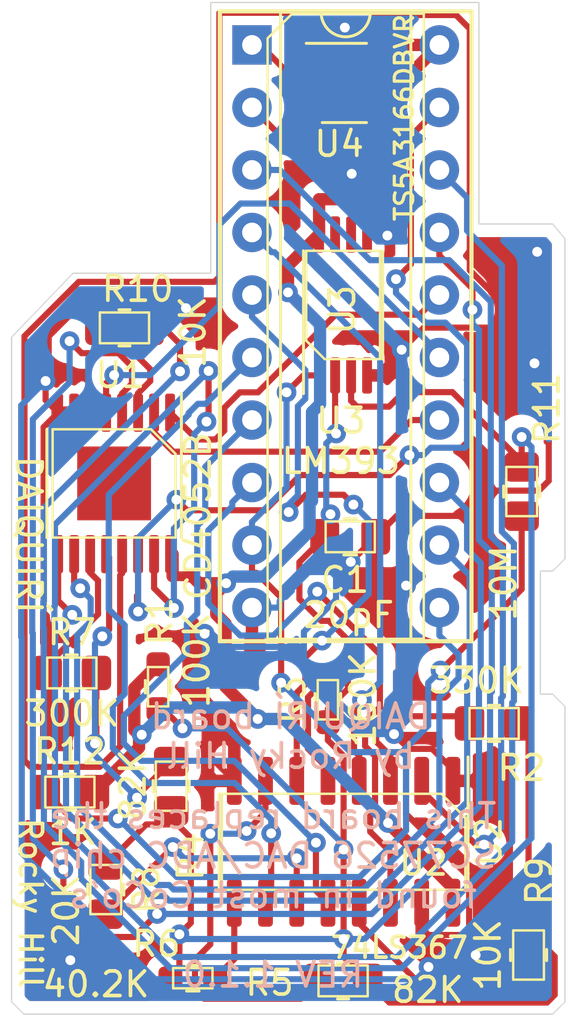
<source format=kicad_pcb>
(kicad_pcb (version 20171130) (host pcbnew 5.1.5+dfsg1-2build2)

  (general
    (thickness 1.6)
    (drawings 22)
    (tracks 578)
    (zones 0)
    (modules 18)
    (nets 34)
  )

  (page USLetter)
  (title_block
    (title DAIQUIRÍ)
    (date 2021-11-07)
    (rev 1.1.0)
    (company "PCB by Rocky Hill")
    (comment 3 "Repalces the SC77526P found in most CoCo's")
    (comment 4 "REV 1.1.0")
  )

  (layers
    (0 F.Cu signal)
    (31 B.Cu signal)
    (32 B.Adhes user)
    (33 F.Adhes user)
    (34 B.Paste user)
    (35 F.Paste user)
    (36 B.SilkS user)
    (37 F.SilkS user)
    (38 B.Mask user)
    (39 F.Mask user)
    (40 Dwgs.User user)
    (41 Cmts.User user)
    (42 Eco1.User user)
    (43 Eco2.User user)
    (44 Edge.Cuts user)
    (45 Margin user)
    (46 B.CrtYd user)
    (47 F.CrtYd user)
    (48 B.Fab user)
    (49 F.Fab user)
  )

  (setup
    (last_trace_width 0.5)
    (user_trace_width 0.5)
    (trace_clearance 0.2)
    (zone_clearance 0.508)
    (zone_45_only no)
    (trace_min 0.2)
    (via_size 0.8)
    (via_drill 0.4)
    (via_min_size 0.4)
    (via_min_drill 0.3)
    (uvia_size 0.3)
    (uvia_drill 0.1)
    (uvias_allowed no)
    (uvia_min_size 0.2)
    (uvia_min_drill 0.1)
    (edge_width 0.05)
    (segment_width 0.2)
    (pcb_text_width 0.3)
    (pcb_text_size 1.5 1.5)
    (mod_edge_width 0.12)
    (mod_text_size 1 1)
    (mod_text_width 0.15)
    (pad_size 1.524 1.524)
    (pad_drill 0.762)
    (pad_to_mask_clearance 0.051)
    (solder_mask_min_width 0.25)
    (aux_axis_origin 0 0)
    (grid_origin 137.1 133.2)
    (visible_elements FFFFFF7F)
    (pcbplotparams
      (layerselection 0x010fc_ffffffff)
      (usegerberextensions false)
      (usegerberattributes false)
      (usegerberadvancedattributes false)
      (creategerberjobfile false)
      (excludeedgelayer true)
      (linewidth 0.100000)
      (plotframeref false)
      (viasonmask false)
      (mode 1)
      (useauxorigin false)
      (hpglpennumber 1)
      (hpglpenspeed 20)
      (hpglpendiameter 15.000000)
      (psnegative false)
      (psa4output false)
      (plotreference true)
      (plotvalue true)
      (plotinvisibletext false)
      (padsonsilk false)
      (subtractmaskfromsilk false)
      (outputformat 1)
      (mirror false)
      (drillshape 0)
      (scaleselection 1)
      (outputdirectory "gerber/"))
  )

  (net 0 "")
  (net 1 /CASSETTE_OUT)
  (net 2 GND)
  (net 3 /SOUND_OUT)
  (net 4 /SELECT_A)
  (net 5 /SOUND_ENABLE)
  (net 6 /SELECT_B)
  (net 7 /D0)
  (net 8 /JOYSTICK_3)
  (net 9 /D1)
  (net 10 /JOYSTICK_2)
  (net 11 /D2)
  (net 12 /JOYSTICK_1)
  (net 13 /D3)
  (net 14 /JOYSTICK_0)
  (net 15 /D4)
  (net 16 /D5)
  (net 17 /CARTRIDGE_SOUND)
  (net 18 /HI-LO)
  (net 19 /CASSETTE_ANALOG_SOUND_IN)
  (net 20 +5V)
  (net 21 "Net-(R2-Pad2)")
  (net 22 "Net-(R3-Pad2)")
  (net 23 /DAC_OUT)
  (net 24 "Net-(R5-Pad2)")
  (net 25 "Net-(R6-Pad2)")
  (net 26 "Net-(R8-Pad2)")
  (net 27 "Net-(R9-Pad2)")
  (net 28 "Net-(R10-Pad1)")
  (net 29 "Net-(R10-Pad2)")
  (net 30 "Net-(U1-Pad13)")
  (net 31 "Net-(U3-Pad5)")
  (net 32 "Net-(U3-Pad6)")
  (net 33 "Net-(U3-Pad7)")

  (net_class Default "This is the default net class."
    (clearance 0.2)
    (trace_width 0.25)
    (via_dia 0.8)
    (via_drill 0.4)
    (uvia_dia 0.3)
    (uvia_drill 0.1)
    (add_net +5V)
    (add_net /CARTRIDGE_SOUND)
    (add_net /CASSETTE_ANALOG_SOUND_IN)
    (add_net /CASSETTE_OUT)
    (add_net /D0)
    (add_net /D1)
    (add_net /D2)
    (add_net /D3)
    (add_net /D4)
    (add_net /D5)
    (add_net /DAC_OUT)
    (add_net /HI-LO)
    (add_net /JOYSTICK_0)
    (add_net /JOYSTICK_1)
    (add_net /JOYSTICK_2)
    (add_net /JOYSTICK_3)
    (add_net /SELECT_A)
    (add_net /SELECT_B)
    (add_net /SOUND_ENABLE)
    (add_net /SOUND_OUT)
    (add_net GND)
    (add_net "Net-(R10-Pad1)")
    (add_net "Net-(R10-Pad2)")
    (add_net "Net-(R2-Pad2)")
    (add_net "Net-(R3-Pad2)")
    (add_net "Net-(R5-Pad2)")
    (add_net "Net-(R6-Pad2)")
    (add_net "Net-(R8-Pad2)")
    (add_net "Net-(R9-Pad2)")
    (add_net "Net-(U1-Pad13)")
    (add_net "Net-(U3-Pad5)")
    (add_net "Net-(U3-Pad6)")
    (add_net "Net-(U3-Pad7)")
  )

  (module Capacitor_SMD:C_0805_2012Metric_Pad1.18x1.45mm_HandSolder (layer F.Cu) (tedit 5F68FEEF) (tstamp 6160FBAC)
    (at 128.37 113.81)
    (descr "Capacitor SMD 0805 (2012 Metric), square (rectangular) end terminal, IPC_7351 nominal with elongated pad for handsoldering. (Body size source: IPC-SM-782 page 76, https://www.pcb-3d.com/wordpress/wp-content/uploads/ipc-sm-782a_amendment_1_and_2.pdf, https://docs.google.com/spreadsheets/d/1BsfQQcO9C6DZCsRaXUlFlo91Tg2WpOkGARC1WS5S8t0/edit?usp=sharing), generated with kicad-footprint-generator")
    (tags "capacitor handsolder")
    (path /61620AD2)
    (attr smd)
    (fp_text reference C1 (at -0.22 1.75) (layer F.SilkS)
      (effects (font (size 1 1) (thickness 0.15)))
    )
    (fp_text value 20pF (at -0.06 3.18) (layer F.SilkS)
      (effects (font (size 1 1) (thickness 0.15)))
    )
    (fp_line (start -1 0.625) (end -1 -0.625) (layer F.SilkS) (width 0.1))
    (fp_line (start -1 -0.625) (end 1 -0.625) (layer F.SilkS) (width 0.1))
    (fp_line (start 1 -0.625) (end 1 0.625) (layer F.SilkS) (width 0.1))
    (fp_line (start 1 0.625) (end -1 0.625) (layer F.SilkS) (width 0.1))
    (fp_line (start -0.261252 -0.735) (end 0.261252 -0.735) (layer F.SilkS) (width 0.12))
    (fp_line (start -0.261252 0.735) (end 0.261252 0.735) (layer F.SilkS) (width 0.12))
    (fp_line (start -1.88 0.98) (end -1.88 -0.98) (layer F.CrtYd) (width 0.05))
    (fp_line (start -1.88 -0.98) (end 1.88 -0.98) (layer F.CrtYd) (width 0.05))
    (fp_line (start 1.88 -0.98) (end 1.88 0.98) (layer F.CrtYd) (width 0.05))
    (fp_line (start 1.88 0.98) (end -1.88 0.98) (layer F.CrtYd) (width 0.05))
    (fp_text user %R (at 0 0) (layer F.Fab)
      (effects (font (size 0.5 0.5) (thickness 0.08)))
    )
    (pad 1 smd roundrect (at -1.0375 0) (size 1.175 1.45) (layers F.Cu F.Paste F.Mask) (roundrect_rratio 0.212766)
      (net 1 /CASSETTE_OUT))
    (pad 2 smd roundrect (at 1.0375 0) (size 1.175 1.45) (layers F.Cu F.Paste F.Mask) (roundrect_rratio 0.212766)
      (net 2 GND))
    (model ${KISYS3DMOD}/Capacitor_SMD.3dshapes/C_0805_2012Metric.wrl
      (at (xyz 0 0 0))
      (scale (xyz 1 1 1))
      (rotate (xyz 0 0 0))
    )
  )

  (module Package_DIP:DIP-20_W7.62mm_Socket (layer F.Cu) (tedit 5A02E8C5) (tstamp 616105AA)
    (at 124.375 93.825)
    (descr "20-lead though-hole mounted DIP package, row spacing 7.62 mm (300 mils), Socket")
    (tags "THT DIP DIL PDIP 2.54mm 7.62mm 300mil Socket")
    (path /615DE6E4)
    (fp_text reference J1 (at 3.81 -2.33) (layer F.SilkS) hide
      (effects (font (size 1 1) (thickness 0.15)))
    )
    (fp_text value Conn_02x10_Counter_Clockwise (at 3.81 25.19) (layer F.Fab) hide
      (effects (font (size 1 1) (thickness 0.15)))
    )
    (fp_arc (start 3.81 -1.33) (end 2.81 -1.33) (angle -180) (layer F.SilkS) (width 0.12))
    (fp_line (start 1.635 -1.27) (end 6.985 -1.27) (layer F.SilkS) (width 0.1))
    (fp_line (start 6.985 -1.27) (end 6.985 24.13) (layer F.SilkS) (width 0.1))
    (fp_line (start 6.985 24.13) (end 0.635 24.13) (layer F.SilkS) (width 0.1))
    (fp_line (start 0.635 24.13) (end 0.635 -0.27) (layer F.SilkS) (width 0.1))
    (fp_line (start 0.635 -0.27) (end 1.635 -1.27) (layer F.SilkS) (width 0.1))
    (fp_line (start -1.27 -1.33) (end -1.27 24.19) (layer F.SilkS) (width 0.1))
    (fp_line (start -1.27 24.19) (end 8.89 24.19) (layer F.SilkS) (width 0.1))
    (fp_line (start 8.89 24.19) (end 8.89 -1.33) (layer F.SilkS) (width 0.1))
    (fp_line (start 8.89 -1.33) (end -1.27 -1.33) (layer F.SilkS) (width 0.1))
    (fp_line (start 2.81 -1.33) (end 1.16 -1.33) (layer F.SilkS) (width 0.12))
    (fp_line (start 1.16 -1.33) (end 1.16 24.19) (layer F.SilkS) (width 0.12))
    (fp_line (start 1.16 24.19) (end 6.46 24.19) (layer F.SilkS) (width 0.12))
    (fp_line (start 6.46 24.19) (end 6.46 -1.33) (layer F.SilkS) (width 0.12))
    (fp_line (start 6.46 -1.33) (end 4.81 -1.33) (layer F.SilkS) (width 0.12))
    (fp_line (start -1.33 -1.39) (end -1.33 24.25) (layer F.SilkS) (width 0.12))
    (fp_line (start -1.33 24.25) (end 8.95 24.25) (layer F.SilkS) (width 0.12))
    (fp_line (start 8.95 24.25) (end 8.95 -1.39) (layer F.SilkS) (width 0.12))
    (fp_line (start 8.95 -1.39) (end -1.33 -1.39) (layer F.SilkS) (width 0.12))
    (fp_line (start -1.55 -1.6) (end -1.55 24.45) (layer F.CrtYd) (width 0.05))
    (fp_line (start -1.55 24.45) (end 9.15 24.45) (layer F.CrtYd) (width 0.05))
    (fp_line (start 9.15 24.45) (end 9.15 -1.6) (layer F.CrtYd) (width 0.05))
    (fp_line (start 9.15 -1.6) (end -1.55 -1.6) (layer F.CrtYd) (width 0.05))
    (fp_text user %R (at 3.81 11.43) (layer F.Fab) hide
      (effects (font (size 1 1) (thickness 0.15)))
    )
    (pad 1 thru_hole rect (at 0 0) (size 1.6 1.6) (drill 0.8) (layers *.Cu *.Mask)
      (net 3 /SOUND_OUT))
    (pad 11 thru_hole oval (at 7.62 22.86) (size 1.6 1.6) (drill 0.8) (layers *.Cu *.Mask)
      (net 4 /SELECT_A))
    (pad 2 thru_hole oval (at 0 2.54) (size 1.6 1.6) (drill 0.8) (layers *.Cu *.Mask)
      (net 5 /SOUND_ENABLE))
    (pad 12 thru_hole oval (at 7.62 20.32) (size 1.6 1.6) (drill 0.8) (layers *.Cu *.Mask)
      (net 6 /SELECT_B))
    (pad 3 thru_hole oval (at 0 5.08) (size 1.6 1.6) (drill 0.8) (layers *.Cu *.Mask)
      (net 7 /D0))
    (pad 13 thru_hole oval (at 7.62 17.78) (size 1.6 1.6) (drill 0.8) (layers *.Cu *.Mask)
      (net 8 /JOYSTICK_3))
    (pad 4 thru_hole oval (at 0 7.62) (size 1.6 1.6) (drill 0.8) (layers *.Cu *.Mask)
      (net 9 /D1))
    (pad 14 thru_hole oval (at 7.62 15.24) (size 1.6 1.6) (drill 0.8) (layers *.Cu *.Mask)
      (net 10 /JOYSTICK_2))
    (pad 5 thru_hole oval (at 0 10.16) (size 1.6 1.6) (drill 0.8) (layers *.Cu *.Mask)
      (net 11 /D2))
    (pad 15 thru_hole oval (at 7.62 12.7) (size 1.6 1.6) (drill 0.8) (layers *.Cu *.Mask)
      (net 12 /JOYSTICK_1))
    (pad 6 thru_hole oval (at 0 12.7) (size 1.6 1.6) (drill 0.8) (layers *.Cu *.Mask)
      (net 13 /D3))
    (pad 16 thru_hole oval (at 7.62 10.16) (size 1.6 1.6) (drill 0.8) (layers *.Cu *.Mask)
      (net 14 /JOYSTICK_0))
    (pad 7 thru_hole oval (at 0 15.24) (size 1.6 1.6) (drill 0.8) (layers *.Cu *.Mask)
      (net 15 /D4))
    (pad 17 thru_hole oval (at 7.62 7.62) (size 1.6 1.6) (drill 0.8) (layers *.Cu *.Mask)
      (net 1 /CASSETTE_OUT))
    (pad 8 thru_hole oval (at 0 17.78) (size 1.6 1.6) (drill 0.8) (layers *.Cu *.Mask)
      (net 16 /D5))
    (pad 18 thru_hole oval (at 7.62 5.08) (size 1.6 1.6) (drill 0.8) (layers *.Cu *.Mask)
      (net 17 /CARTRIDGE_SOUND))
    (pad 9 thru_hole oval (at 0 20.32) (size 1.6 1.6) (drill 0.8) (layers *.Cu *.Mask)
      (net 18 /HI-LO))
    (pad 19 thru_hole oval (at 7.62 2.54) (size 1.6 1.6) (drill 0.8) (layers *.Cu *.Mask)
      (net 19 /CASSETTE_ANALOG_SOUND_IN))
    (pad 10 thru_hole oval (at 0 22.86) (size 1.6 1.6) (drill 0.8) (layers *.Cu *.Mask)
      (net 2 GND))
    (pad 20 thru_hole oval (at 7.62 0) (size 1.6 1.6) (drill 0.8) (layers *.Cu *.Mask)
      (net 20 +5V))
  )

  (module Resistor_SMD:R_0603_1608Metric_Pad0.98x0.95mm_HandSolder (layer F.Cu) (tedit 5F68FEEE) (tstamp 6160FBED)
    (at 120.56 119.9 90)
    (descr "Resistor SMD 0603 (1608 Metric), square (rectangular) end terminal, IPC_7351 nominal with elongated pad for handsoldering. (Body size source: IPC-SM-782 page 72, https://www.pcb-3d.com/wordpress/wp-content/uploads/ipc-sm-782a_amendment_1_and_2.pdf), generated with kicad-footprint-generator")
    (tags "resistor handsolder")
    (path /6161B4F8)
    (attr smd)
    (fp_text reference R1 (at 2.66 0.06 90) (layer F.SilkS)
      (effects (font (size 1 1) (thickness 0.15)))
    )
    (fp_text value 100K (at 1.08 1.57 90) (layer F.SilkS)
      (effects (font (size 1 1) (thickness 0.15)))
    )
    (fp_line (start -0.8 0.4125) (end -0.8 -0.4125) (layer F.SilkS) (width 0.1))
    (fp_line (start -0.8 -0.4125) (end 0.8 -0.4125) (layer F.SilkS) (width 0.1))
    (fp_line (start 0.8 -0.4125) (end 0.8 0.4125) (layer F.SilkS) (width 0.1))
    (fp_line (start 0.8 0.4125) (end -0.8 0.4125) (layer F.SilkS) (width 0.1))
    (fp_line (start -0.254724 -0.5225) (end 0.254724 -0.5225) (layer F.SilkS) (width 0.12))
    (fp_line (start -0.254724 0.5225) (end 0.254724 0.5225) (layer F.SilkS) (width 0.12))
    (fp_line (start -1.65 0.73) (end -1.65 -0.73) (layer F.CrtYd) (width 0.05))
    (fp_line (start -1.65 -0.73) (end 1.65 -0.73) (layer F.CrtYd) (width 0.05))
    (fp_line (start 1.65 -0.73) (end 1.65 0.73) (layer F.CrtYd) (width 0.05))
    (fp_line (start 1.65 0.73) (end -1.65 0.73) (layer F.CrtYd) (width 0.05))
    (fp_text user %R (at 0 0 90) (layer F.Fab)
      (effects (font (size 0.4 0.4) (thickness 0.06)))
    )
    (pad 1 smd roundrect (at -0.9125 0 90) (size 0.975 0.95) (layers F.Cu F.Paste F.Mask) (roundrect_rratio 0.25)
      (net 1 /CASSETTE_OUT))
    (pad 2 smd roundrect (at 0.9125 0 90) (size 0.975 0.95) (layers F.Cu F.Paste F.Mask) (roundrect_rratio 0.25)
      (net 20 +5V))
    (model ${KISYS3DMOD}/Resistor_SMD.3dshapes/R_0603_1608Metric.wrl
      (at (xyz 0 0 0))
      (scale (xyz 1 1 1))
      (rotate (xyz 0 0 0))
    )
  )

  (module Resistor_SMD:R_0805_2012Metric_Pad1.20x1.40mm_HandSolder (layer F.Cu) (tedit 5F68FEEE) (tstamp 6160FBFE)
    (at 134.22 121.39 180)
    (descr "Resistor SMD 0805 (2012 Metric), square (rectangular) end terminal, IPC_7351 nominal with elongated pad for handsoldering. (Body size source: IPC-SM-782 page 72, https://www.pcb-3d.com/wordpress/wp-content/uploads/ipc-sm-782a_amendment_1_and_2.pdf), generated with kicad-footprint-generator")
    (tags "resistor handsolder")
    (path /6160F19D)
    (attr smd)
    (fp_text reference R2 (at -1.12 -1.81) (layer F.SilkS)
      (effects (font (size 1 1) (thickness 0.15)))
    )
    (fp_text value 330K (at 0.71 1.74) (layer F.SilkS)
      (effects (font (size 1 1) (thickness 0.15)))
    )
    (fp_text user %R (at 0 0) (layer F.Fab)
      (effects (font (size 0.5 0.5) (thickness 0.08)))
    )
    (fp_line (start 1.85 0.95) (end -1.85 0.95) (layer F.CrtYd) (width 0.05))
    (fp_line (start 1.85 -0.95) (end 1.85 0.95) (layer F.CrtYd) (width 0.05))
    (fp_line (start -1.85 -0.95) (end 1.85 -0.95) (layer F.CrtYd) (width 0.05))
    (fp_line (start -1.85 0.95) (end -1.85 -0.95) (layer F.CrtYd) (width 0.05))
    (fp_line (start -0.227064 0.735) (end 0.227064 0.735) (layer F.SilkS) (width 0.12))
    (fp_line (start -0.227064 -0.735) (end 0.227064 -0.735) (layer F.SilkS) (width 0.12))
    (fp_line (start 1 0.625) (end -1 0.625) (layer F.SilkS) (width 0.1))
    (fp_line (start 1 -0.625) (end 1 0.625) (layer F.SilkS) (width 0.1))
    (fp_line (start -1 -0.625) (end 1 -0.625) (layer F.SilkS) (width 0.1))
    (fp_line (start -1 0.625) (end -1 -0.625) (layer F.SilkS) (width 0.1))
    (pad 2 smd roundrect (at 1 0 180) (size 1.2 1.4) (layers F.Cu F.Paste F.Mask) (roundrect_rratio 0.208333)
      (net 21 "Net-(R2-Pad2)"))
    (pad 1 smd roundrect (at -1 0 180) (size 1.2 1.4) (layers F.Cu F.Paste F.Mask) (roundrect_rratio 0.208333)
      (net 1 /CASSETTE_OUT))
    (model ${KISYS3DMOD}/Resistor_SMD.3dshapes/R_0805_2012Metric.wrl
      (at (xyz 0 0 0))
      (scale (xyz 1 1 1))
      (rotate (xyz 0 0 0))
    )
  )

  (module Resistor_SMD:R_0603_1608Metric_Pad0.98x0.95mm_HandSolder (layer F.Cu) (tedit 5F68FEEE) (tstamp 6160FC0F)
    (at 127.46 120.43 90)
    (descr "Resistor SMD 0603 (1608 Metric), square (rectangular) end terminal, IPC_7351 nominal with elongated pad for handsoldering. (Body size source: IPC-SM-782 page 72, https://www.pcb-3d.com/wordpress/wp-content/uploads/ipc-sm-782a_amendment_1_and_2.pdf), generated with kicad-footprint-generator")
    (tags "resistor handsolder")
    (path /6160EE54)
    (attr smd)
    (fp_text reference R3 (at 0 -1.43 90) (layer F.SilkS)
      (effects (font (size 1 1) (thickness 0.15)))
    )
    (fp_text value 160K (at 0 1.43 90) (layer F.SilkS)
      (effects (font (size 1 1) (thickness 0.15)))
    )
    (fp_text user %R (at 0 0 90) (layer F.Fab)
      (effects (font (size 0.4 0.4) (thickness 0.06)))
    )
    (fp_line (start 1.65 0.73) (end -1.65 0.73) (layer F.CrtYd) (width 0.05))
    (fp_line (start 1.65 -0.73) (end 1.65 0.73) (layer F.CrtYd) (width 0.05))
    (fp_line (start -1.65 -0.73) (end 1.65 -0.73) (layer F.CrtYd) (width 0.05))
    (fp_line (start -1.65 0.73) (end -1.65 -0.73) (layer F.CrtYd) (width 0.05))
    (fp_line (start -0.254724 0.5225) (end 0.254724 0.5225) (layer F.SilkS) (width 0.12))
    (fp_line (start -0.254724 -0.5225) (end 0.254724 -0.5225) (layer F.SilkS) (width 0.12))
    (fp_line (start 0.8 0.4125) (end -0.8 0.4125) (layer F.SilkS) (width 0.1))
    (fp_line (start 0.8 -0.4125) (end 0.8 0.4125) (layer F.SilkS) (width 0.1))
    (fp_line (start -0.8 -0.4125) (end 0.8 -0.4125) (layer F.SilkS) (width 0.1))
    (fp_line (start -0.8 0.4125) (end -0.8 -0.4125) (layer F.SilkS) (width 0.1))
    (pad 2 smd roundrect (at 0.9125 0 90) (size 0.975 0.95) (layers F.Cu F.Paste F.Mask) (roundrect_rratio 0.25)
      (net 22 "Net-(R3-Pad2)"))
    (pad 1 smd roundrect (at -0.9125 0 90) (size 0.975 0.95) (layers F.Cu F.Paste F.Mask) (roundrect_rratio 0.25)
      (net 1 /CASSETTE_OUT))
    (model ${KISYS3DMOD}/Resistor_SMD.3dshapes/R_0603_1608Metric.wrl
      (at (xyz 0 0 0))
      (scale (xyz 1 1 1))
      (rotate (xyz 0 0 0))
    )
  )

  (module Resistor_SMD:R_0805_2012Metric_Pad1.20x1.40mm_HandSolder (layer F.Cu) (tedit 5F68FEEE) (tstamp 6160FC20)
    (at 121.09 123.94 270)
    (descr "Resistor SMD 0805 (2012 Metric), square (rectangular) end terminal, IPC_7351 nominal with elongated pad for handsoldering. (Body size source: IPC-SM-782 page 72, https://www.pcb-3d.com/wordpress/wp-content/uploads/ipc-sm-782a_amendment_1_and_2.pdf), generated with kicad-footprint-generator")
    (tags "resistor handsolder")
    (path /61623DEF)
    (attr smd)
    (fp_text reference R4 (at 2.86 -0.79 90) (layer F.SilkS)
      (effects (font (size 1 1) (thickness 0.15)))
    )
    (fp_text value 82K (at -0.04 1.56 90) (layer F.SilkS)
      (effects (font (size 1 1) (thickness 0.15)))
    )
    (fp_line (start -1 0.625) (end -1 -0.625) (layer F.SilkS) (width 0.1))
    (fp_line (start -1 -0.625) (end 1 -0.625) (layer F.SilkS) (width 0.1))
    (fp_line (start 1 -0.625) (end 1 0.625) (layer F.SilkS) (width 0.1))
    (fp_line (start 1 0.625) (end -1 0.625) (layer F.SilkS) (width 0.1))
    (fp_line (start -0.227064 -0.735) (end 0.227064 -0.735) (layer F.SilkS) (width 0.12))
    (fp_line (start -0.227064 0.735) (end 0.227064 0.735) (layer F.SilkS) (width 0.12))
    (fp_line (start -1.85 0.95) (end -1.85 -0.95) (layer F.CrtYd) (width 0.05))
    (fp_line (start -1.85 -0.95) (end 1.85 -0.95) (layer F.CrtYd) (width 0.05))
    (fp_line (start 1.85 -0.95) (end 1.85 0.95) (layer F.CrtYd) (width 0.05))
    (fp_line (start 1.85 0.95) (end -1.85 0.95) (layer F.CrtYd) (width 0.05))
    (fp_text user %R (at 0 0 90) (layer F.Fab)
      (effects (font (size 0.5 0.5) (thickness 0.08)))
    )
    (pad 1 smd roundrect (at -1 0 270) (size 1.2 1.4) (layers F.Cu F.Paste F.Mask) (roundrect_rratio 0.208333)
      (net 23 /DAC_OUT))
    (pad 2 smd roundrect (at 1 0 270) (size 1.2 1.4) (layers F.Cu F.Paste F.Mask) (roundrect_rratio 0.208333)
      (net 1 /CASSETTE_OUT))
    (model ${KISYS3DMOD}/Resistor_SMD.3dshapes/R_0805_2012Metric.wrl
      (at (xyz 0 0 0))
      (scale (xyz 1 1 1))
      (rotate (xyz 0 0 0))
    )
  )

  (module Resistor_SMD:R_0805_2012Metric_Pad1.20x1.40mm_HandSolder (layer F.Cu) (tedit 5F68FEEE) (tstamp 616B7FD1)
    (at 128.08 131.85 180)
    (descr "Resistor SMD 0805 (2012 Metric), square (rectangular) end terminal, IPC_7351 nominal with elongated pad for handsoldering. (Body size source: IPC-SM-782 page 72, https://www.pcb-3d.com/wordpress/wp-content/uploads/ipc-sm-782a_amendment_1_and_2.pdf), generated with kicad-footprint-generator")
    (tags "resistor handsolder")
    (path /6160EAF7)
    (attr smd)
    (fp_text reference R5 (at 2.99 -0.08) (layer F.SilkS)
      (effects (font (size 1 1) (thickness 0.15)))
    )
    (fp_text value 82K (at -3.44 -0.37) (layer F.SilkS)
      (effects (font (size 1 1) (thickness 0.15)))
    )
    (fp_text user %R (at 0 0) (layer F.Fab)
      (effects (font (size 0.5 0.5) (thickness 0.08)))
    )
    (fp_line (start 1.85 0.95) (end -1.85 0.95) (layer F.CrtYd) (width 0.05))
    (fp_line (start 1.85 -0.95) (end 1.85 0.95) (layer F.CrtYd) (width 0.05))
    (fp_line (start -1.85 -0.95) (end 1.85 -0.95) (layer F.CrtYd) (width 0.05))
    (fp_line (start -1.85 0.95) (end -1.85 -0.95) (layer F.CrtYd) (width 0.05))
    (fp_line (start -0.227064 0.735) (end 0.227064 0.735) (layer F.SilkS) (width 0.12))
    (fp_line (start -0.227064 -0.735) (end 0.227064 -0.735) (layer F.SilkS) (width 0.12))
    (fp_line (start 1 0.625) (end -1 0.625) (layer F.SilkS) (width 0.1))
    (fp_line (start 1 -0.625) (end 1 0.625) (layer F.SilkS) (width 0.1))
    (fp_line (start -1 -0.625) (end 1 -0.625) (layer F.SilkS) (width 0.1))
    (fp_line (start -1 0.625) (end -1 -0.625) (layer F.SilkS) (width 0.1))
    (pad 2 smd roundrect (at 1 0 180) (size 1.2 1.4) (layers F.Cu F.Paste F.Mask) (roundrect_rratio 0.208333)
      (net 24 "Net-(R5-Pad2)"))
    (pad 1 smd roundrect (at -1 0 180) (size 1.2 1.4) (layers F.Cu F.Paste F.Mask) (roundrect_rratio 0.208333)
      (net 1 /CASSETTE_OUT))
    (model ${KISYS3DMOD}/Resistor_SMD.3dshapes/R_0805_2012Metric.wrl
      (at (xyz 0 0 0))
      (scale (xyz 1 1 1))
      (rotate (xyz 0 0 0))
    )
  )

  (module Resistor_SMD:R_0603_1608Metric_Pad0.98x0.95mm_HandSolder (layer F.Cu) (tedit 5F68FEEE) (tstamp 6160FC42)
    (at 121.97 131.74)
    (descr "Resistor SMD 0603 (1608 Metric), square (rectangular) end terminal, IPC_7351 nominal with elongated pad for handsoldering. (Body size source: IPC-SM-782 page 72, https://www.pcb-3d.com/wordpress/wp-content/uploads/ipc-sm-782a_amendment_1_and_2.pdf), generated with kicad-footprint-generator")
    (tags "resistor handsolder")
    (path /6160E7B6)
    (attr smd)
    (fp_text reference R6 (at -1.48 -1.39) (layer F.SilkS)
      (effects (font (size 1 1) (thickness 0.15)))
    )
    (fp_text value 40.2K (at -3.94 0.25) (layer F.SilkS)
      (effects (font (size 1 1) (thickness 0.15)))
    )
    (fp_line (start -0.8 0.4125) (end -0.8 -0.4125) (layer F.SilkS) (width 0.1))
    (fp_line (start -0.8 -0.4125) (end 0.8 -0.4125) (layer F.SilkS) (width 0.1))
    (fp_line (start 0.8 -0.4125) (end 0.8 0.4125) (layer F.SilkS) (width 0.1))
    (fp_line (start 0.8 0.4125) (end -0.8 0.4125) (layer F.SilkS) (width 0.1))
    (fp_line (start -0.254724 -0.5225) (end 0.254724 -0.5225) (layer F.SilkS) (width 0.12))
    (fp_line (start -0.254724 0.5225) (end 0.254724 0.5225) (layer F.SilkS) (width 0.12))
    (fp_line (start -1.65 0.73) (end -1.65 -0.73) (layer F.CrtYd) (width 0.05))
    (fp_line (start -1.65 -0.73) (end 1.65 -0.73) (layer F.CrtYd) (width 0.05))
    (fp_line (start 1.65 -0.73) (end 1.65 0.73) (layer F.CrtYd) (width 0.05))
    (fp_line (start 1.65 0.73) (end -1.65 0.73) (layer F.CrtYd) (width 0.05))
    (fp_text user %R (at 0 0) (layer F.Fab)
      (effects (font (size 0.4 0.4) (thickness 0.06)))
    )
    (pad 1 smd roundrect (at -0.9125 0) (size 0.975 0.95) (layers F.Cu F.Paste F.Mask) (roundrect_rratio 0.25)
      (net 1 /CASSETTE_OUT))
    (pad 2 smd roundrect (at 0.9125 0) (size 0.975 0.95) (layers F.Cu F.Paste F.Mask) (roundrect_rratio 0.25)
      (net 25 "Net-(R6-Pad2)"))
    (model ${KISYS3DMOD}/Resistor_SMD.3dshapes/R_0603_1608Metric.wrl
      (at (xyz 0 0 0))
      (scale (xyz 1 1 1))
      (rotate (xyz 0 0 0))
    )
  )

  (module Resistor_SMD:R_0805_2012Metric_Pad1.20x1.40mm_HandSolder (layer F.Cu) (tedit 5F68FEEE) (tstamp 6160FC53)
    (at 117.05 119.34)
    (descr "Resistor SMD 0805 (2012 Metric), square (rectangular) end terminal, IPC_7351 nominal with elongated pad for handsoldering. (Body size source: IPC-SM-782 page 72, https://www.pcb-3d.com/wordpress/wp-content/uploads/ipc-sm-782a_amendment_1_and_2.pdf), generated with kicad-footprint-generator")
    (tags "resistor handsolder")
    (path /6162445E)
    (attr smd)
    (fp_text reference R7 (at 0 -1.65) (layer F.SilkS)
      (effects (font (size 1 1) (thickness 0.15)))
    )
    (fp_text value 300K (at 0 1.65) (layer F.SilkS)
      (effects (font (size 1 1) (thickness 0.15)))
    )
    (fp_text user %R (at 0 0) (layer F.Fab)
      (effects (font (size 0.5 0.5) (thickness 0.08)))
    )
    (fp_line (start 1.85 0.95) (end -1.85 0.95) (layer F.CrtYd) (width 0.05))
    (fp_line (start 1.85 -0.95) (end 1.85 0.95) (layer F.CrtYd) (width 0.05))
    (fp_line (start -1.85 -0.95) (end 1.85 -0.95) (layer F.CrtYd) (width 0.05))
    (fp_line (start -1.85 0.95) (end -1.85 -0.95) (layer F.CrtYd) (width 0.05))
    (fp_line (start -0.227064 0.735) (end 0.227064 0.735) (layer F.SilkS) (width 0.12))
    (fp_line (start -0.227064 -0.735) (end 0.227064 -0.735) (layer F.SilkS) (width 0.12))
    (fp_line (start 1 0.625) (end -1 0.625) (layer F.SilkS) (width 0.1))
    (fp_line (start 1 -0.625) (end 1 0.625) (layer F.SilkS) (width 0.1))
    (fp_line (start -1 -0.625) (end 1 -0.625) (layer F.SilkS) (width 0.1))
    (fp_line (start -1 0.625) (end -1 -0.625) (layer F.SilkS) (width 0.1))
    (pad 2 smd roundrect (at 1 0) (size 1.2 1.4) (layers F.Cu F.Paste F.Mask) (roundrect_rratio 0.208333)
      (net 23 /DAC_OUT))
    (pad 1 smd roundrect (at -1 0) (size 1.2 1.4) (layers F.Cu F.Paste F.Mask) (roundrect_rratio 0.208333)
      (net 2 GND))
    (model ${KISYS3DMOD}/Resistor_SMD.3dshapes/R_0805_2012Metric.wrl
      (at (xyz 0 0 0))
      (scale (xyz 1 1 1))
      (rotate (xyz 0 0 0))
    )
  )

  (module Resistor_SMD:R_0805_2012Metric_Pad1.20x1.40mm_HandSolder (layer F.Cu) (tedit 5F68FEEE) (tstamp 6160FC64)
    (at 118.43 128.14 270)
    (descr "Resistor SMD 0805 (2012 Metric), square (rectangular) end terminal, IPC_7351 nominal with elongated pad for handsoldering. (Body size source: IPC-SM-782 page 72, https://www.pcb-3d.com/wordpress/wp-content/uploads/ipc-sm-782a_amendment_1_and_2.pdf), generated with kicad-footprint-generator")
    (tags "resistor handsolder")
    (path /6160DEC4)
    (attr smd)
    (fp_text reference R8 (at 0 -1.65 90) (layer F.SilkS)
      (effects (font (size 1 1) (thickness 0.15)))
    )
    (fp_text value 20K (at 0.84 1.61 90) (layer F.SilkS)
      (effects (font (size 1 1) (thickness 0.15)))
    )
    (fp_text user %R (at 0 0 90) (layer F.Fab)
      (effects (font (size 0.5 0.5) (thickness 0.08)))
    )
    (fp_line (start 1.85 0.95) (end -1.85 0.95) (layer F.CrtYd) (width 0.05))
    (fp_line (start 1.85 -0.95) (end 1.85 0.95) (layer F.CrtYd) (width 0.05))
    (fp_line (start -1.85 -0.95) (end 1.85 -0.95) (layer F.CrtYd) (width 0.05))
    (fp_line (start -1.85 0.95) (end -1.85 -0.95) (layer F.CrtYd) (width 0.05))
    (fp_line (start -0.227064 0.735) (end 0.227064 0.735) (layer F.SilkS) (width 0.12))
    (fp_line (start -0.227064 -0.735) (end 0.227064 -0.735) (layer F.SilkS) (width 0.12))
    (fp_line (start 1 0.625) (end -1 0.625) (layer F.SilkS) (width 0.1))
    (fp_line (start 1 -0.625) (end 1 0.625) (layer F.SilkS) (width 0.1))
    (fp_line (start -1 -0.625) (end 1 -0.625) (layer F.SilkS) (width 0.1))
    (fp_line (start -1 0.625) (end -1 -0.625) (layer F.SilkS) (width 0.1))
    (pad 2 smd roundrect (at 1 0 270) (size 1.2 1.4) (layers F.Cu F.Paste F.Mask) (roundrect_rratio 0.208333)
      (net 26 "Net-(R8-Pad2)"))
    (pad 1 smd roundrect (at -1 0 270) (size 1.2 1.4) (layers F.Cu F.Paste F.Mask) (roundrect_rratio 0.208333)
      (net 1 /CASSETTE_OUT))
    (model ${KISYS3DMOD}/Resistor_SMD.3dshapes/R_0805_2012Metric.wrl
      (at (xyz 0 0 0))
      (scale (xyz 1 1 1))
      (rotate (xyz 0 0 0))
    )
  )

  (module Resistor_SMD:R_0805_2012Metric_Pad1.20x1.40mm_HandSolder (layer F.Cu) (tedit 5F68FEEE) (tstamp 6160FC75)
    (at 135.62 130.8 270)
    (descr "Resistor SMD 0805 (2012 Metric), square (rectangular) end terminal, IPC_7351 nominal with elongated pad for handsoldering. (Body size source: IPC-SM-782 page 72, https://www.pcb-3d.com/wordpress/wp-content/uploads/ipc-sm-782a_amendment_1_and_2.pdf), generated with kicad-footprint-generator")
    (tags "resistor handsolder")
    (path /616078DA)
    (attr smd)
    (fp_text reference R9 (at -3.01 -0.43 90) (layer F.SilkS)
      (effects (font (size 1 1) (thickness 0.15)))
    )
    (fp_text value 10K (at 0 1.65 90) (layer F.SilkS)
      (effects (font (size 1 1) (thickness 0.15)))
    )
    (fp_line (start -1 0.625) (end -1 -0.625) (layer F.SilkS) (width 0.1))
    (fp_line (start -1 -0.625) (end 1 -0.625) (layer F.SilkS) (width 0.1))
    (fp_line (start 1 -0.625) (end 1 0.625) (layer F.SilkS) (width 0.1))
    (fp_line (start 1 0.625) (end -1 0.625) (layer F.SilkS) (width 0.1))
    (fp_line (start -0.227064 -0.735) (end 0.227064 -0.735) (layer F.SilkS) (width 0.12))
    (fp_line (start -0.227064 0.735) (end 0.227064 0.735) (layer F.SilkS) (width 0.12))
    (fp_line (start -1.85 0.95) (end -1.85 -0.95) (layer F.CrtYd) (width 0.05))
    (fp_line (start -1.85 -0.95) (end 1.85 -0.95) (layer F.CrtYd) (width 0.05))
    (fp_line (start 1.85 -0.95) (end 1.85 0.95) (layer F.CrtYd) (width 0.05))
    (fp_line (start 1.85 0.95) (end -1.85 0.95) (layer F.CrtYd) (width 0.05))
    (fp_text user %R (at 0 0 90) (layer F.Fab)
      (effects (font (size 0.5 0.5) (thickness 0.08)))
    )
    (pad 1 smd roundrect (at -1 0 270) (size 1.2 1.4) (layers F.Cu F.Paste F.Mask) (roundrect_rratio 0.208333)
      (net 1 /CASSETTE_OUT))
    (pad 2 smd roundrect (at 1 0 270) (size 1.2 1.4) (layers F.Cu F.Paste F.Mask) (roundrect_rratio 0.208333)
      (net 27 "Net-(R9-Pad2)"))
    (model ${KISYS3DMOD}/Resistor_SMD.3dshapes/R_0805_2012Metric.wrl
      (at (xyz 0 0 0))
      (scale (xyz 1 1 1))
      (rotate (xyz 0 0 0))
    )
  )

  (module Resistor_SMD:R_0805_2012Metric_Pad1.20x1.40mm_HandSolder (layer F.Cu) (tedit 5F68FEEE) (tstamp 6160FC86)
    (at 119.19 105.32 180)
    (descr "Resistor SMD 0805 (2012 Metric), square (rectangular) end terminal, IPC_7351 nominal with elongated pad for handsoldering. (Body size source: IPC-SM-782 page 72, https://www.pcb-3d.com/wordpress/wp-content/uploads/ipc-sm-782a_amendment_1_and_2.pdf), generated with kicad-footprint-generator")
    (tags "resistor handsolder")
    (path /616F59DB)
    (attr smd)
    (fp_text reference R10 (at -0.54 1.58 180) (layer F.SilkS)
      (effects (font (size 1 1) (thickness 0.15)))
    )
    (fp_text value 10K (at -2.78 -0.17 90) (layer F.SilkS)
      (effects (font (size 1 1) (thickness 0.15)))
    )
    (fp_line (start -1 0.625) (end -1 -0.625) (layer F.SilkS) (width 0.1))
    (fp_line (start -1 -0.625) (end 1 -0.625) (layer F.SilkS) (width 0.1))
    (fp_line (start 1 -0.625) (end 1 0.625) (layer F.SilkS) (width 0.1))
    (fp_line (start 1 0.625) (end -1 0.625) (layer F.SilkS) (width 0.1))
    (fp_line (start -0.227064 -0.735) (end 0.227064 -0.735) (layer F.SilkS) (width 0.12))
    (fp_line (start -0.227064 0.735) (end 0.227064 0.735) (layer F.SilkS) (width 0.12))
    (fp_line (start -1.85 0.95) (end -1.85 -0.95) (layer F.CrtYd) (width 0.05))
    (fp_line (start -1.85 -0.95) (end 1.85 -0.95) (layer F.CrtYd) (width 0.05))
    (fp_line (start 1.85 -0.95) (end 1.85 0.95) (layer F.CrtYd) (width 0.05))
    (fp_line (start 1.85 0.95) (end -1.85 0.95) (layer F.CrtYd) (width 0.05))
    (fp_text user %R (at 0 0) (layer F.Fab)
      (effects (font (size 0.5 0.5) (thickness 0.08)))
    )
    (pad 1 smd roundrect (at -1 0 180) (size 1.2 1.4) (layers F.Cu F.Paste F.Mask) (roundrect_rratio 0.208333)
      (net 28 "Net-(R10-Pad1)"))
    (pad 2 smd roundrect (at 1 0 180) (size 1.2 1.4) (layers F.Cu F.Paste F.Mask) (roundrect_rratio 0.208333)
      (net 29 "Net-(R10-Pad2)"))
    (model ${KISYS3DMOD}/Resistor_SMD.3dshapes/R_0805_2012Metric.wrl
      (at (xyz 0 0 0))
      (scale (xyz 1 1 1))
      (rotate (xyz 0 0 0))
    )
  )

  (module Resistor_SMD:R_0805_2012Metric_Pad1.20x1.40mm_HandSolder (layer F.Cu) (tedit 5F68FEEE) (tstamp 6160FC97)
    (at 135.34 111.97 90)
    (descr "Resistor SMD 0805 (2012 Metric), square (rectangular) end terminal, IPC_7351 nominal with elongated pad for handsoldering. (Body size source: IPC-SM-782 page 72, https://www.pcb-3d.com/wordpress/wp-content/uploads/ipc-sm-782a_amendment_1_and_2.pdf), generated with kicad-footprint-generator")
    (tags "resistor handsolder")
    (path /616FF89B)
    (attr smd)
    (fp_text reference R11 (at 3.38 1.02 90) (layer F.SilkS)
      (effects (font (size 1 1) (thickness 0.15)))
    )
    (fp_text value 10M (at -3.72 -0.73 90) (layer F.SilkS)
      (effects (font (size 1 1) (thickness 0.15)))
    )
    (fp_line (start -1 0.625) (end -1 -0.625) (layer F.SilkS) (width 0.1))
    (fp_line (start -1 -0.625) (end 1 -0.625) (layer F.SilkS) (width 0.1))
    (fp_line (start 1 -0.625) (end 1 0.625) (layer F.SilkS) (width 0.1))
    (fp_line (start 1 0.625) (end -1 0.625) (layer F.SilkS) (width 0.1))
    (fp_line (start -0.227064 -0.735) (end 0.227064 -0.735) (layer F.SilkS) (width 0.12))
    (fp_line (start -0.227064 0.735) (end 0.227064 0.735) (layer F.SilkS) (width 0.12))
    (fp_line (start -1.85 0.95) (end -1.85 -0.95) (layer F.CrtYd) (width 0.05))
    (fp_line (start -1.85 -0.95) (end 1.85 -0.95) (layer F.CrtYd) (width 0.05))
    (fp_line (start 1.85 -0.95) (end 1.85 0.95) (layer F.CrtYd) (width 0.05))
    (fp_line (start 1.85 0.95) (end -1.85 0.95) (layer F.CrtYd) (width 0.05))
    (fp_text user %R (at 0 0 90) (layer F.Fab)
      (effects (font (size 0.5 0.5) (thickness 0.08)))
    )
    (pad 1 smd roundrect (at -1 0 90) (size 1.2 1.4) (layers F.Cu F.Paste F.Mask) (roundrect_rratio 0.208333)
      (net 18 /HI-LO))
    (pad 2 smd roundrect (at 1 0 90) (size 1.2 1.4) (layers F.Cu F.Paste F.Mask) (roundrect_rratio 0.208333)
      (net 28 "Net-(R10-Pad1)"))
    (model ${KISYS3DMOD}/Resistor_SMD.3dshapes/R_0805_2012Metric.wrl
      (at (xyz 0 0 0))
      (scale (xyz 1 1 1))
      (rotate (xyz 0 0 0))
    )
  )

  (module Resistor_SMD:R_0805_2012Metric_Pad1.20x1.40mm_HandSolder (layer F.Cu) (tedit 5F68FEEE) (tstamp 6160FCA8)
    (at 116.97 124.18)
    (descr "Resistor SMD 0805 (2012 Metric), square (rectangular) end terminal, IPC_7351 nominal with elongated pad for handsoldering. (Body size source: IPC-SM-782 page 72, https://www.pcb-3d.com/wordpress/wp-content/uploads/ipc-sm-782a_amendment_1_and_2.pdf), generated with kicad-footprint-generator")
    (tags "resistor handsolder")
    (path /61702C53)
    (attr smd)
    (fp_text reference R12 (at 0 -1.65) (layer F.SilkS)
      (effects (font (size 1 1) (thickness 0.15)))
    )
    (fp_text value 1K (at 0.12 1.63) (layer F.SilkS)
      (effects (font (size 1 1) (thickness 0.15)))
    )
    (fp_line (start -1 0.625) (end -1 -0.625) (layer F.SilkS) (width 0.1))
    (fp_line (start -1 -0.625) (end 1 -0.625) (layer F.SilkS) (width 0.1))
    (fp_line (start 1 -0.625) (end 1 0.625) (layer F.SilkS) (width 0.1))
    (fp_line (start 1 0.625) (end -1 0.625) (layer F.SilkS) (width 0.1))
    (fp_line (start -0.227064 -0.735) (end 0.227064 -0.735) (layer F.SilkS) (width 0.12))
    (fp_line (start -0.227064 0.735) (end 0.227064 0.735) (layer F.SilkS) (width 0.12))
    (fp_line (start -1.85 0.95) (end -1.85 -0.95) (layer F.CrtYd) (width 0.05))
    (fp_line (start -1.85 -0.95) (end 1.85 -0.95) (layer F.CrtYd) (width 0.05))
    (fp_line (start 1.85 -0.95) (end 1.85 0.95) (layer F.CrtYd) (width 0.05))
    (fp_line (start 1.85 0.95) (end -1.85 0.95) (layer F.CrtYd) (width 0.05))
    (fp_text user %R (at 0 0) (layer F.Fab)
      (effects (font (size 0.5 0.5) (thickness 0.08)))
    )
    (pad 1 smd roundrect (at -1 0) (size 1.2 1.4) (layers F.Cu F.Paste F.Mask) (roundrect_rratio 0.208333)
      (net 18 /HI-LO))
    (pad 2 smd roundrect (at 1 0) (size 1.2 1.4) (layers F.Cu F.Paste F.Mask) (roundrect_rratio 0.208333)
      (net 20 +5V))
    (model ${KISYS3DMOD}/Resistor_SMD.3dshapes/R_0805_2012Metric.wrl
      (at (xyz 0 0 0))
      (scale (xyz 1 1 1))
      (rotate (xyz 0 0 0))
    )
  )

  (module Package_SO:HTSSOP-16-1EP_4.4x5mm_P0.65mm_EP3x3mm (layer F.Cu) (tedit 5DC5FE74) (tstamp 616B658C)
    (at 118.77 111.64 270)
    (descr "HTSSOP, 16 Pin (https://www.st.com/resource/en/datasheet/stp08cp05.pdf#page=20), generated with kicad-footprint-generator ipc_gullwing_generator.py")
    (tags "HTSSOP SO")
    (path /615E45D8)
    (attr smd)
    (fp_text reference U1 (at -4.4 -0.25 180) (layer F.SilkS)
      (effects (font (size 1 1) (thickness 0.15)))
    )
    (fp_text value CD4052B (at 1.33 -3.41 270) (layer F.SilkS)
      (effects (font (size 1 1) (thickness 0.15)))
    )
    (fp_line (start 0 2.735) (end 2.2 2.735) (layer F.SilkS) (width 0.12))
    (fp_line (start 0 2.735) (end -2.2 2.735) (layer F.SilkS) (width 0.12))
    (fp_line (start 0 -2.735) (end 2.2 -2.735) (layer F.SilkS) (width 0.12))
    (fp_line (start 0 -2.735) (end -3.65 -2.735) (layer F.SilkS) (width 0.12))
    (fp_line (start -1.2 -2.5) (end 2.2 -2.5) (layer F.SilkS) (width 0.1))
    (fp_line (start 2.2 -2.5) (end 2.2 2.5) (layer F.SilkS) (width 0.1))
    (fp_line (start 2.2 2.5) (end -2.2 2.5) (layer F.SilkS) (width 0.1))
    (fp_line (start -2.2 2.5) (end -2.2 -1.5) (layer F.SilkS) (width 0.1))
    (fp_line (start -2.2 -1.5) (end -1.2 -2.5) (layer F.SilkS) (width 0.1))
    (fp_line (start -3.9 -2.75) (end -3.9 2.75) (layer F.CrtYd) (width 0.05))
    (fp_line (start -3.9 2.75) (end 3.9 2.75) (layer F.CrtYd) (width 0.05))
    (fp_line (start 3.9 2.75) (end 3.9 -2.75) (layer F.CrtYd) (width 0.05))
    (fp_line (start 3.9 -2.75) (end -3.9 -2.75) (layer F.CrtYd) (width 0.05))
    (fp_text user %R (at 0 0 90) (layer F.Fab)
      (effects (font (size 1 1) (thickness 0.15)))
    )
    (pad 1 smd roundrect (at -2.875 -2.275 270) (size 1.55 0.4) (layers F.Cu F.Paste F.Mask) (roundrect_rratio 0.25)
      (net 14 /JOYSTICK_0))
    (pad 2 smd roundrect (at -2.875 -1.625 270) (size 1.55 0.4) (layers F.Cu F.Paste F.Mask) (roundrect_rratio 0.25)
      (net 10 /JOYSTICK_2))
    (pad 3 smd roundrect (at -2.875 -0.975 270) (size 1.55 0.4) (layers F.Cu F.Paste F.Mask) (roundrect_rratio 0.25)
      (net 29 "Net-(R10-Pad2)"))
    (pad 4 smd roundrect (at -2.875 -0.325 270) (size 1.55 0.4) (layers F.Cu F.Paste F.Mask) (roundrect_rratio 0.25)
      (net 8 /JOYSTICK_3))
    (pad 5 smd roundrect (at -2.875 0.325 270) (size 1.55 0.4) (layers F.Cu F.Paste F.Mask) (roundrect_rratio 0.25)
      (net 12 /JOYSTICK_1))
    (pad 6 smd roundrect (at -2.875 0.975 270) (size 1.55 0.4) (layers F.Cu F.Paste F.Mask) (roundrect_rratio 0.25)
      (net 2 GND))
    (pad 7 smd roundrect (at -2.875 1.625 270) (size 1.55 0.4) (layers F.Cu F.Paste F.Mask) (roundrect_rratio 0.25)
      (net 2 GND))
    (pad 8 smd roundrect (at -2.875 2.275 270) (size 1.55 0.4) (layers F.Cu F.Paste F.Mask) (roundrect_rratio 0.25)
      (net 2 GND))
    (pad 9 smd roundrect (at 2.875 2.275 270) (size 1.55 0.4) (layers F.Cu F.Paste F.Mask) (roundrect_rratio 0.25)
      (net 6 /SELECT_B))
    (pad 10 smd roundrect (at 2.875 1.625 270) (size 1.55 0.4) (layers F.Cu F.Paste F.Mask) (roundrect_rratio 0.25)
      (net 4 /SELECT_A))
    (pad 11 smd roundrect (at 2.875 0.975 270) (size 1.55 0.4) (layers F.Cu F.Paste F.Mask) (roundrect_rratio 0.25)
      (net 2 GND))
    (pad 12 smd roundrect (at 2.875 0.325 270) (size 1.55 0.4) (layers F.Cu F.Paste F.Mask) (roundrect_rratio 0.25)
      (net 23 /DAC_OUT))
    (pad 13 smd roundrect (at 2.875 -0.325 270) (size 1.55 0.4) (layers F.Cu F.Paste F.Mask) (roundrect_rratio 0.25)
      (net 30 "Net-(U1-Pad13)"))
    (pad 14 smd roundrect (at 2.875 -0.975 270) (size 1.55 0.4) (layers F.Cu F.Paste F.Mask) (roundrect_rratio 0.25)
      (net 19 /CASSETTE_ANALOG_SOUND_IN))
    (pad 15 smd roundrect (at 2.875 -1.625 270) (size 1.55 0.4) (layers F.Cu F.Paste F.Mask) (roundrect_rratio 0.25)
      (net 17 /CARTRIDGE_SOUND))
    (pad 16 smd roundrect (at 2.875 -2.275 270) (size 1.55 0.4) (layers F.Cu F.Paste F.Mask) (roundrect_rratio 0.25)
      (net 20 +5V))
    (pad 17 smd rect (at 0 0 270) (size 3 3) (layers F.Cu F.Mask))
    (pad "" smd roundrect (at -0.75 -0.75 270) (size 1.21 1.21) (layers F.Paste) (roundrect_rratio 0.206612))
    (pad "" smd roundrect (at -0.75 0.75 270) (size 1.21 1.21) (layers F.Paste) (roundrect_rratio 0.206612))
    (pad "" smd roundrect (at 0.75 -0.75 270) (size 1.21 1.21) (layers F.Paste) (roundrect_rratio 0.206612))
    (pad "" smd roundrect (at 0.75 0.75 270) (size 1.21 1.21) (layers F.Paste) (roundrect_rratio 0.206612))
    (model ${KISYS3DMOD}/Package_SO.3dshapes/HTSSOP-16-1EP_4.4x5mm_P0.65mm_EP3x3mm.wrl
      (at (xyz 0 0 0))
      (scale (xyz 1 1 1))
      (rotate (xyz 0 0 0))
    )
  )

  (module Package_SO:SOIC-16_3.9x9.9mm_P1.27mm (layer F.Cu) (tedit 5D9F72B1) (tstamp 616B65F9)
    (at 128.1 126.2 270)
    (descr "SOIC, 16 Pin (JEDEC MS-012AC, https://www.analog.com/media/en/package-pcb-resources/package/pkg_pdf/soic_narrow-r/r_16.pdf), generated with kicad-footprint-generator ipc_gullwing_generator.py")
    (tags "SOIC SO")
    (path /615FF65C)
    (attr smd)
    (fp_text reference U2 (at 0 -5.9 90) (layer F.SilkS)
      (effects (font (size 1 1) (thickness 0.15)))
    )
    (fp_text value 74LS367 (at 4.3 -2.27 180) (layer F.SilkS)
      (effects (font (size 0.85 0.85) (thickness 0.15)))
    )
    (fp_line (start 0 5.06) (end 1.95 5.06) (layer F.SilkS) (width 0.12))
    (fp_line (start 0 5.06) (end -1.95 5.06) (layer F.SilkS) (width 0.12))
    (fp_line (start 0 -5.06) (end 1.95 -5.06) (layer F.SilkS) (width 0.12))
    (fp_line (start 0 -5.06) (end -3.45 -5.06) (layer F.SilkS) (width 0.12))
    (fp_line (start -0.975 -4.95) (end 1.95 -4.95) (layer F.SilkS) (width 0.1))
    (fp_line (start 1.95 -4.95) (end 1.95 4.95) (layer F.SilkS) (width 0.1))
    (fp_line (start 1.95 4.95) (end -1.95 4.95) (layer F.SilkS) (width 0.1))
    (fp_line (start -1.95 4.95) (end -1.95 -3.975) (layer F.SilkS) (width 0.1))
    (fp_line (start -1.95 -3.975) (end -0.975 -4.95) (layer F.SilkS) (width 0.1))
    (fp_line (start -3.7 -5.2) (end -3.7 5.2) (layer F.CrtYd) (width 0.05))
    (fp_line (start -3.7 5.2) (end 3.7 5.2) (layer F.CrtYd) (width 0.05))
    (fp_line (start 3.7 5.2) (end 3.7 -5.2) (layer F.CrtYd) (width 0.05))
    (fp_line (start 3.7 -5.2) (end -3.7 -5.2) (layer F.CrtYd) (width 0.05))
    (fp_text user %R (at 0.86 -3.25 180) (layer F.SilkS)
      (effects (font (size 0.98 0.98) (thickness 0.15)))
    )
    (pad 1 smd roundrect (at -2.475 -4.445 270) (size 1.95 0.6) (layers F.Cu F.Paste F.Mask) (roundrect_rratio 0.25)
      (net 2 GND))
    (pad 2 smd roundrect (at -2.475 -3.175 270) (size 1.95 0.6) (layers F.Cu F.Paste F.Mask) (roundrect_rratio 0.25)
      (net 7 /D0))
    (pad 3 smd roundrect (at -2.475 -1.905 270) (size 1.95 0.6) (layers F.Cu F.Paste F.Mask) (roundrect_rratio 0.25)
      (net 21 "Net-(R2-Pad2)"))
    (pad 4 smd roundrect (at -2.475 -0.635 270) (size 1.95 0.6) (layers F.Cu F.Paste F.Mask) (roundrect_rratio 0.25)
      (net 9 /D1))
    (pad 5 smd roundrect (at -2.475 0.635 270) (size 1.95 0.6) (layers F.Cu F.Paste F.Mask) (roundrect_rratio 0.25)
      (net 22 "Net-(R3-Pad2)"))
    (pad 6 smd roundrect (at -2.475 1.905 270) (size 1.95 0.6) (layers F.Cu F.Paste F.Mask) (roundrect_rratio 0.25)
      (net 11 /D2))
    (pad 7 smd roundrect (at -2.475 3.175 270) (size 1.95 0.6) (layers F.Cu F.Paste F.Mask) (roundrect_rratio 0.25)
      (net 24 "Net-(R5-Pad2)"))
    (pad 8 smd roundrect (at -2.475 4.445 270) (size 1.95 0.6) (layers F.Cu F.Paste F.Mask) (roundrect_rratio 0.25)
      (net 2 GND))
    (pad 9 smd roundrect (at 2.475 4.445 270) (size 1.95 0.6) (layers F.Cu F.Paste F.Mask) (roundrect_rratio 0.25)
      (net 25 "Net-(R6-Pad2)"))
    (pad 10 smd roundrect (at 2.475 3.175 270) (size 1.95 0.6) (layers F.Cu F.Paste F.Mask) (roundrect_rratio 0.25)
      (net 13 /D3))
    (pad 11 smd roundrect (at 2.475 1.905 270) (size 1.95 0.6) (layers F.Cu F.Paste F.Mask) (roundrect_rratio 0.25)
      (net 26 "Net-(R8-Pad2)"))
    (pad 12 smd roundrect (at 2.475 0.635 270) (size 1.95 0.6) (layers F.Cu F.Paste F.Mask) (roundrect_rratio 0.25)
      (net 15 /D4))
    (pad 13 smd roundrect (at 2.475 -0.635 270) (size 1.95 0.6) (layers F.Cu F.Paste F.Mask) (roundrect_rratio 0.25)
      (net 27 "Net-(R9-Pad2)"))
    (pad 14 smd roundrect (at 2.475 -1.905 270) (size 1.95 0.6) (layers F.Cu F.Paste F.Mask) (roundrect_rratio 0.25)
      (net 16 /D5))
    (pad 15 smd roundrect (at 2.475 -3.175 270) (size 1.95 0.6) (layers F.Cu F.Paste F.Mask) (roundrect_rratio 0.25)
      (net 2 GND))
    (pad 16 smd roundrect (at 2.475 -4.445 270) (size 1.95 0.6) (layers F.Cu F.Paste F.Mask) (roundrect_rratio 0.25)
      (net 20 +5V))
    (model ${KISYS3DMOD}/Package_SO.3dshapes/SOIC-16_3.9x9.9mm_P1.27mm.wrl
      (at (xyz 0 0 0))
      (scale (xyz 1 1 1))
      (rotate (xyz 0 0 0))
    )
  )

  (module Package_SO:TSSOP-8_4.4x3mm_P0.65mm (layer F.Cu) (tedit 5E476F32) (tstamp 6160FD2D)
    (at 128.08 104.39 90)
    (descr "TSSOP, 8 Pin (JEDEC MO-153 Var AA https://www.jedec.org/document_search?search_api_views_fulltext=MO-153), generated with kicad-footprint-generator ipc_gullwing_generator.py")
    (tags "TSSOP SO")
    (path /616A1581)
    (attr smd)
    (fp_text reference U3 (at -4.7 -0.09 180) (layer F.SilkS)
      (effects (font (size 1 1) (thickness 0.15)))
    )
    (fp_text value LM393 (at -6.34 -0.09 180) (layer F.SilkS)
      (effects (font (size 1 1) (thickness 0.15)))
    )
    (fp_line (start 0 1.61) (end 2.2 1.61) (layer F.SilkS) (width 0.12))
    (fp_line (start 0 1.61) (end -2.2 1.61) (layer F.SilkS) (width 0.12))
    (fp_line (start 0 -1.61) (end 2.2 -1.61) (layer F.SilkS) (width 0.12))
    (fp_line (start 0 -1.61) (end -3.6 -1.61) (layer F.SilkS) (width 0.12))
    (fp_line (start -1.45 -1.5) (end 2.2 -1.5) (layer F.SilkS) (width 0.1))
    (fp_line (start 2.2 -1.5) (end 2.2 1.5) (layer F.SilkS) (width 0.1))
    (fp_line (start 2.2 1.5) (end -2.2 1.5) (layer F.SilkS) (width 0.1))
    (fp_line (start -2.2 1.5) (end -2.2 -0.75) (layer F.SilkS) (width 0.1))
    (fp_line (start -2.2 -0.75) (end -1.45 -1.5) (layer F.SilkS) (width 0.1))
    (fp_line (start -3.85 -1.75) (end -3.85 1.75) (layer F.CrtYd) (width 0.05))
    (fp_line (start -3.85 1.75) (end 3.85 1.75) (layer F.CrtYd) (width 0.05))
    (fp_line (start 3.85 1.75) (end 3.85 -1.75) (layer F.CrtYd) (width 0.05))
    (fp_line (start 3.85 -1.75) (end -3.85 -1.75) (layer F.CrtYd) (width 0.05))
    (fp_text user %R (at -0.19 -0.03 90) (layer F.SilkS)
      (effects (font (size 1 1) (thickness 0.15)))
    )
    (pad 1 smd roundrect (at -2.8625 -0.975 90) (size 1.475 0.4) (layers F.Cu F.Paste F.Mask) (roundrect_rratio 0.25)
      (net 18 /HI-LO))
    (pad 2 smd roundrect (at -2.8625 -0.325 90) (size 1.475 0.4) (layers F.Cu F.Paste F.Mask) (roundrect_rratio 0.25)
      (net 1 /CASSETTE_OUT))
    (pad 3 smd roundrect (at -2.8625 0.325 90) (size 1.475 0.4) (layers F.Cu F.Paste F.Mask) (roundrect_rratio 0.25)
      (net 28 "Net-(R10-Pad1)"))
    (pad 4 smd roundrect (at -2.8625 0.975 90) (size 1.475 0.4) (layers F.Cu F.Paste F.Mask) (roundrect_rratio 0.25)
      (net 2 GND))
    (pad 5 smd roundrect (at 2.8625 0.975 90) (size 1.475 0.4) (layers F.Cu F.Paste F.Mask) (roundrect_rratio 0.25)
      (net 31 "Net-(U3-Pad5)"))
    (pad 6 smd roundrect (at 2.8625 0.325 90) (size 1.475 0.4) (layers F.Cu F.Paste F.Mask) (roundrect_rratio 0.25)
      (net 32 "Net-(U3-Pad6)"))
    (pad 7 smd roundrect (at 2.8625 -0.325 90) (size 1.475 0.4) (layers F.Cu F.Paste F.Mask) (roundrect_rratio 0.25)
      (net 33 "Net-(U3-Pad7)"))
    (pad 8 smd roundrect (at 2.8625 -0.975 90) (size 1.475 0.4) (layers F.Cu F.Paste F.Mask) (roundrect_rratio 0.25)
      (net 20 +5V))
    (model ${KISYS3DMOD}/Package_SO.3dshapes/TSSOP-8_4.4x3mm_P0.65mm.wrl
      (at (xyz 0 0 0))
      (scale (xyz 1 1 1))
      (rotate (xyz 0 0 0))
    )
  )

  (module Package_TO_SOT_SMD:SOT-23-5 (layer F.Cu) (tedit 5A02FF57) (tstamp 618801BD)
    (at 128.13 95.37)
    (descr "5-pin SOT23 package")
    (tags SOT-23-5)
    (path /618DE634)
    (attr smd)
    (fp_text reference U4 (at -0.21 2.48 180) (layer F.SilkS)
      (effects (font (size 1 1) (thickness 0.15)))
    )
    (fp_text value TS5A3166DBVR (at 2.44 1.41 90) (layer F.SilkS)
      (effects (font (size 0.75 0.75) (thickness 0.13)))
    )
    (fp_text user %R (at 0 0 90) (layer F.Fab)
      (effects (font (size 0.5 0.5) (thickness 0.075)))
    )
    (fp_line (start -0.9 1.61) (end 0.9 1.61) (layer F.SilkS) (width 0.12))
    (fp_line (start 0.9 -1.61) (end -1.55 -1.61) (layer F.SilkS) (width 0.12))
    (fp_line (start -1.9 -1.8) (end 1.9 -1.8) (layer F.CrtYd) (width 0.05))
    (fp_line (start 1.9 -1.8) (end 1.9 1.8) (layer F.CrtYd) (width 0.05))
    (fp_line (start 1.9 1.8) (end -1.9 1.8) (layer F.CrtYd) (width 0.05))
    (fp_line (start -1.9 1.8) (end -1.9 -1.8) (layer F.CrtYd) (width 0.05))
    (fp_line (start -0.9 -0.9) (end -0.25 -1.55) (layer F.Fab) (width 0.1))
    (fp_line (start 0.9 -1.55) (end -0.25 -1.55) (layer F.Fab) (width 0.1))
    (fp_line (start -0.9 -0.9) (end -0.9 1.55) (layer F.Fab) (width 0.1))
    (fp_line (start 0.9 1.55) (end -0.9 1.55) (layer F.Fab) (width 0.1))
    (fp_line (start 0.9 -1.55) (end 0.9 1.55) (layer F.Fab) (width 0.1))
    (pad 1 smd rect (at -1.1 -0.95) (size 1.06 0.65) (layers F.Cu F.Paste F.Mask)
      (net 30 "Net-(U1-Pad13)"))
    (pad 2 smd rect (at -1.1 0) (size 1.06 0.65) (layers F.Cu F.Paste F.Mask)
      (net 3 /SOUND_OUT))
    (pad 3 smd rect (at -1.1 0.95) (size 1.06 0.65) (layers F.Cu F.Paste F.Mask)
      (net 2 GND))
    (pad 4 smd rect (at 1.1 0.95) (size 1.06 0.65) (layers F.Cu F.Paste F.Mask)
      (net 5 /SOUND_ENABLE))
    (pad 5 smd rect (at 1.1 -0.95) (size 1.06 0.65) (layers F.Cu F.Paste F.Mask)
      (net 20 +5V))
    (model ${KISYS3DMOD}/Package_TO_SOT_SMD.3dshapes/SOT-23-5.wrl
      (at (xyz 0 0 0))
      (scale (xyz 1 1 1))
      (rotate (xyz 0 0 0))
    )
  )

  (gr_text "This board replaces the\nSC77526 DAC/ADC chip\nfound in most CoCo's\n\nREV 1.1.0" (at 125.23 128.38) (layer B.SilkS)
    (effects (font (size 1 1) (thickness 0.15)) (justify mirror))
  )
  (gr_text "DAIQUIRÍ board\nby Rocky Hill" (at 125.95 121.91) (layer B.SilkS)
    (effects (font (size 1 1) (thickness 0.15)) (justify mirror))
  )
  (gr_text "Rocky Hill" (at 115.37 128.69 270) (layer F.SilkS)
    (effects (font (size 0.9 0.9) (thickness 0.15)))
  )
  (gr_text DAIQUIRÍ (at 115.3 113.72 270) (layer F.SilkS)
    (effects (font (size 1 1) (thickness 0.15)))
  )
  (gr_line (start 137.1 132.7) (end 136.6 133.2) (layer Edge.Cuts) (width 0.05) (tstamp 616B7206))
  (gr_line (start 115.1 133.2) (end 114.6 132.7) (layer Edge.Cuts) (width 0.05) (tstamp 616B71B6))
  (gr_line (start 136.6 120.2) (end 137.1 120.7) (layer Edge.Cuts) (width 0.05) (tstamp 616B71A3))
  (gr_line (start 137.1 114.7) (end 136.6 115.2) (layer Edge.Cuts) (width 0.05) (tstamp 616B7197))
  (gr_line (start 136.6 101.1) (end 137.1 101.7) (layer Edge.Cuts) (width 0.05) (tstamp 616B7186))
  (gr_line (start 117.1 103.1) (end 114.6 105.7) (layer Edge.Cuts) (width 0.05) (tstamp 616B7170))
  (gr_line (start 137.1 120.7) (end 137.1 132.7) (layer Edge.Cuts) (width 0.05) (tstamp 616B713D))
  (gr_line (start 137.1 114.7) (end 137.1 101.7) (layer Edge.Cuts) (width 0.05) (tstamp 616B7135))
  (gr_line (start 136.1 115.2) (end 136.6 115.2) (layer Edge.Cuts) (width 0.05))
  (gr_line (start 136.1 120.2) (end 136.1 115.2) (layer Edge.Cuts) (width 0.05))
  (gr_line (start 136.6 120.2) (end 136.1 120.2) (layer Edge.Cuts) (width 0.05))
  (gr_line (start 114.6 105.7) (end 114.6 132.7) (layer Edge.Cuts) (width 0.05) (tstamp 616B6942))
  (gr_line (start 115.1 133.2) (end 136.6 133.2) (layer Edge.Cuts) (width 0.05) (tstamp 616B66D8))
  (gr_line (start 133.6 92.1) (end 122.7 92.1) (layer Edge.Cuts) (width 0.05) (tstamp 616B66D7))
  (gr_line (start 122.7 103.1) (end 117.1 103.1) (layer Edge.Cuts) (width 0.05))
  (gr_line (start 122.7 92.1) (end 122.7 103.1) (layer Edge.Cuts) (width 0.05))
  (gr_line (start 133.6 101.1) (end 136.6 101.1) (layer Edge.Cuts) (width 0.05))
  (gr_line (start 133.6 92.1) (end 133.6 101.1) (layer Edge.Cuts) (width 0.05))

  (segment (start 121.5514 121.5918) (end 123.3724 121.5918) (width 0.25) (layer B.Cu) (net 1))
  (segment (start 123.3724 121.5918) (end 128.0999 126.3193) (width 0.25) (layer B.Cu) (net 1))
  (segment (start 128.0999 126.3193) (end 128.0999 126.5147) (width 0.25) (layer B.Cu) (net 1))
  (segment (start 128.0999 126.5147) (end 128.0999 122.7119) (width 0.25) (layer F.Cu) (net 1))
  (segment (start 128.0999 122.7119) (end 127.46 122.072) (width 0.25) (layer F.Cu) (net 1))
  (segment (start 127.46 122.072) (end 127.46 121.3425) (width 0.25) (layer F.Cu) (net 1) (status 20))
  (segment (start 128.0999 130.1491) (end 128.0999 126.5147) (width 0.25) (layer F.Cu) (net 1))
  (segment (start 121.4242 129.9581) (end 121.8887 129.4936) (width 0.25) (layer F.Cu) (net 1))
  (segment (start 121.8887 129.4936) (end 121.8887 126.0401) (width 0.25) (layer F.Cu) (net 1))
  (segment (start 121.8887 126.0401) (end 121.343 125.4944) (width 0.25) (layer F.Cu) (net 1) (status 20))
  (segment (start 121.343 125.4944) (end 121.09 125.4944) (width 0.25) (layer F.Cu) (net 1) (status 30))
  (segment (start 121.0575 131.74) (end 121.4242 131.3733) (width 0.25) (layer F.Cu) (net 1) (status 30))
  (segment (start 121.4242 131.3733) (end 121.4242 129.9581) (width 0.25) (layer F.Cu) (net 1) (status 10))
  (segment (start 128.0999 130.1491) (end 121.6152 130.1491) (width 0.25) (layer B.Cu) (net 1))
  (segment (start 121.6152 130.1491) (end 121.4242 129.9581) (width 0.25) (layer B.Cu) (net 1))
  (segment (start 121.5514 121.5918) (end 120.7721 120.8125) (width 0.25) (layer F.Cu) (net 1) (status 20))
  (segment (start 120.7721 120.8125) (end 120.56 120.8125) (width 0.25) (layer F.Cu) (net 1) (status 30))
  (segment (start 121.09 125.4944) (end 120.0756 125.4944) (width 0.25) (layer F.Cu) (net 1) (status 10))
  (segment (start 120.0756 125.4944) (end 118.43 127.14) (width 0.25) (layer F.Cu) (net 1) (status 20))
  (segment (start 121.09 125.4944) (end 121.09 124.94) (width 0.25) (layer F.Cu) (net 1) (status 30))
  (segment (start 135.62 129.8) (end 135.62 121.79) (width 0.25) (layer F.Cu) (net 1) (status 30))
  (segment (start 135.62 121.79) (end 135.22 121.39) (width 0.25) (layer F.Cu) (net 1) (status 30))
  (segment (start 129.08 131.85) (end 128.1 130.87) (width 0.25) (layer F.Cu) (net 1) (status 10))
  (segment (start 128.1 130.87) (end 128.0999 130.87) (width 0.25) (layer F.Cu) (net 1))
  (segment (start 128.0999 130.87) (end 128.0999 130.1491) (width 0.25) (layer F.Cu) (net 1))
  (segment (start 127.3325 113.81) (end 126.3035 114.839) (width 0.25) (layer F.Cu) (net 1) (status 10))
  (segment (start 126.3035 114.839) (end 126.3035 116.3379) (width 0.25) (layer F.Cu) (net 1))
  (segment (start 126.3035 116.3379) (end 127.1888 117.2232) (width 0.25) (layer F.Cu) (net 1))
  (segment (start 127.1888 117.2232) (end 127.4993 117.2232) (width 0.25) (layer F.Cu) (net 1))
  (segment (start 127.4993 117.2232) (end 128.2734 117.9973) (width 0.25) (layer F.Cu) (net 1))
  (segment (start 128.2734 117.9973) (end 128.2734 119.9876) (width 0.25) (layer F.Cu) (net 1))
  (segment (start 128.2734 119.9876) (end 127.46 120.801) (width 0.25) (layer F.Cu) (net 1))
  (segment (start 127.46 120.801) (end 127.46 121.3425) (width 0.25) (layer F.Cu) (net 1) (status 20))
  (segment (start 127.755 107.2525) (end 127.755 109.5729) (width 0.25) (layer F.Cu) (net 1) (status 10))
  (segment (start 127.755 109.5729) (end 127.7953 109.6132) (width 0.25) (layer F.Cu) (net 1))
  (segment (start 135.62 129.8) (end 136.6819 130.8619) (width 0.25) (layer F.Cu) (net 1) (status 10))
  (segment (start 136.6819 130.8619) (end 136.6819 132.417) (width 0.25) (layer F.Cu) (net 1))
  (segment (start 136.6819 132.417) (end 136.3687 132.7302) (width 0.25) (layer F.Cu) (net 1))
  (segment (start 136.3687 132.7302) (end 129.9602 132.7302) (width 0.25) (layer F.Cu) (net 1))
  (segment (start 129.9602 132.7302) (end 129.08 131.85) (width 0.25) (layer F.Cu) (net 1) (status 20))
  (via (at 121.5514 121.5918) (size 0.8) (layers F.Cu B.Cu) (net 1))
  (via (at 128.0999 126.5147) (size 0.8) (layers F.Cu B.Cu) (net 1))
  (via (at 127.7953 109.6132) (size 0.8) (layers F.Cu B.Cu) (net 1))
  (via (at 121.4242 129.9581) (size 0.8) (layers F.Cu B.Cu) (net 1))
  (via (at 128.0999 130.1491) (size 0.8) (layers F.Cu B.Cu) (net 1))
  (segment (start 127.395301 112.720619) (end 127.565869 112.891187) (width 0.25) (layer B.Cu) (net 1))
  (segment (start 127.3325 113.81) (end 127.3325 113.085) (width 0.25) (layer F.Cu) (net 1) (status 30))
  (via (at 127.565869 112.891187) (size 0.8) (drill 0.4) (layers F.Cu B.Cu) (net 1))
  (segment (start 127.395301 110.013199) (end 127.395301 112.720619) (width 0.25) (layer B.Cu) (net 1))
  (segment (start 127.526313 112.891187) (end 127.565869 112.891187) (width 0.25) (layer F.Cu) (net 1))
  (segment (start 127.7953 109.6132) (end 127.395301 110.013199) (width 0.25) (layer B.Cu) (net 1))
  (segment (start 127.3325 113.085) (end 127.526313 112.891187) (width 0.25) (layer F.Cu) (net 1) (status 10))
  (segment (start 131.995 101.445) (end 131.995 102.3789) (width 0.25) (layer F.Cu) (net 1))
  (segment (start 133.3393 103.7232) (end 133.3393 104.019305) (width 0.25) (layer F.Cu) (net 1))
  (via (at 133.3393 104.58499) (size 0.8) (drill 0.4) (layers F.Cu B.Cu) (net 1))
  (segment (start 133.3393 104.019305) (end 133.3393 104.58499) (width 0.25) (layer F.Cu) (net 1))
  (segment (start 131.995 102.3789) (end 133.3393 103.7232) (width 0.25) (layer F.Cu) (net 1))
  (segment (start 134.0547 125.0442) (end 134.0547 120.177537) (width 0.25) (layer B.Cu) (net 1))
  (segment (start 134.125035 120.107202) (end 134.125035 114.461435) (width 0.25) (layer B.Cu) (net 1))
  (segment (start 128.0999 130.1491) (end 128.9498 130.1491) (width 0.25) (layer B.Cu) (net 1))
  (segment (start 134.0547 120.177537) (end 134.125035 120.107202) (width 0.25) (layer B.Cu) (net 1))
  (segment (start 133.6044 113.9408) (end 133.6044 105.415775) (width 0.25) (layer B.Cu) (net 1))
  (segment (start 134.125035 114.461435) (end 133.6044 113.9408) (width 0.25) (layer B.Cu) (net 1))
  (segment (start 128.9498 130.1491) (end 134.0547 125.0442) (width 0.25) (layer B.Cu) (net 1))
  (segment (start 133.6044 105.415775) (end 133.3393 105.150675) (width 0.25) (layer B.Cu) (net 1))
  (segment (start 133.3393 105.150675) (end 133.3393 104.58499) (width 0.25) (layer B.Cu) (net 1))
  (segment (start 131.5519 129.9867) (end 131.275 129.7098) (width 0.25) (layer F.Cu) (net 2))
  (segment (start 131.275 129.7098) (end 131.275 128.675) (width 0.25) (layer F.Cu) (net 2) (status 20))
  (segment (start 130.64 122.424) (end 130.64 125.0683) (width 0.25) (layer F.Cu) (net 2))
  (segment (start 130.64 125.0683) (end 133.2041 127.6324) (width 0.25) (layer F.Cu) (net 2))
  (segment (start 133.2041 127.6324) (end 133.2041 129.6677) (width 0.25) (layer F.Cu) (net 2))
  (segment (start 133.2041 129.6677) (end 132.8851 129.9867) (width 0.25) (layer F.Cu) (net 2))
  (segment (start 132.8851 129.9867) (end 131.5519 129.9867) (width 0.25) (layer F.Cu) (net 2))
  (segment (start 131.5519 129.9867) (end 131.5519 131.2839) (width 0.25) (layer F.Cu) (net 2))
  (segment (start 116.495 108.765) (end 115.904 109.356) (width 0.25) (layer F.Cu) (net 2) (status 10))
  (segment (start 115.904 109.356) (end 115.904 119.194) (width 0.25) (layer F.Cu) (net 2) (status 20))
  (segment (start 115.904 119.194) (end 116.05 119.34) (width 0.25) (layer F.Cu) (net 2) (status 30))
  (segment (start 130.1498 121.8254) (end 130.64 122.3156) (width 0.25) (layer F.Cu) (net 2))
  (segment (start 130.64 122.3156) (end 130.64 122.424) (width 0.25) (layer F.Cu) (net 2))
  (segment (start 132.545 123.725) (end 132.545 123.2711) (width 0.25) (layer F.Cu) (net 2) (status 30))
  (segment (start 132.545 123.2711) (end 131.6979 122.424) (width 0.25) (layer F.Cu) (net 2) (status 10))
  (segment (start 131.6979 122.424) (end 130.64 122.424) (width 0.25) (layer F.Cu) (net 2))
  (segment (start 126.4861 118.2811) (end 126.4861 119.1035) (width 0.25) (layer B.Cu) (net 2))
  (segment (start 126.4861 119.1035) (end 129.208 121.8254) (width 0.25) (layer B.Cu) (net 2))
  (segment (start 129.208 121.8254) (end 130.1498 121.8254) (width 0.25) (layer B.Cu) (net 2))
  (segment (start 127.7921 115.4254) (end 127.6067 115.24) (width 0.25) (layer B.Cu) (net 2))
  (segment (start 127.6067 115.24) (end 126.6826 115.24) (width 0.25) (layer B.Cu) (net 2))
  (segment (start 126.6826 115.24) (end 125.5003 116.4223) (width 0.25) (layer B.Cu) (net 2))
  (segment (start 125.5003 116.4223) (end 125.5003 116.685) (width 0.25) (layer B.Cu) (net 2))
  (segment (start 127.7921 115.4254) (end 127.7921 116.359) (width 0.25) (layer B.Cu) (net 2))
  (segment (start 127.7921 116.359) (end 126.4861 117.665) (width 0.25) (layer B.Cu) (net 2))
  (segment (start 126.4861 117.665) (end 126.4861 118.2811) (width 0.25) (layer B.Cu) (net 2))
  (segment (start 127.7921 115.4254) (end 128.3916 114.8259) (width 0.25) (layer B.Cu) (net 2))
  (segment (start 129.4075 113.81) (end 128.3916 114.8259) (width 0.25) (layer F.Cu) (net 2) (status 10))
  (segment (start 124.6061 116.685) (end 124.375 116.685) (width 0.25) (layer B.Cu) (net 2) (status 30))
  (segment (start 124.6061 116.685) (end 125.5003 116.685) (width 0.25) (layer B.Cu) (net 2) (status 10))
  (segment (start 117.145 108.765) (end 116.495 108.765) (width 0.25) (layer F.Cu) (net 2) (status 30))
  (via (at 131.5519 131.2839) (size 0.8) (layers F.Cu B.Cu) (net 2))
  (via (at 130.1498 121.8254) (size 0.8) (layers F.Cu B.Cu) (net 2))
  (via (at 128.3916 114.8259) (size 0.8) (layers F.Cu B.Cu) (net 2))
  (segment (start 126.4861 118.2811) (end 122.986155 118.2811) (width 0.25) (layer B.Cu) (net 2))
  (via (at 122.450011 117.744956) (size 0.8) (drill 0.4) (layers F.Cu B.Cu) (net 2))
  (segment (start 123.655 123.725) (end 122.450011 122.520011) (width 0.25) (layer F.Cu) (net 2) (status 10))
  (segment (start 122.986155 118.2811) (end 122.450011 117.744956) (width 0.25) (layer B.Cu) (net 2))
  (segment (start 122.450011 122.520011) (end 122.450011 117.744956) (width 0.25) (layer F.Cu) (net 2))
  (segment (start 116.05 119.020786) (end 118.115878 116.954908) (width 0.25) (layer F.Cu) (net 2) (status 10))
  (segment (start 116.05 119.34) (end 116.05 119.020786) (width 0.25) (layer F.Cu) (net 2) (status 30))
  (segment (start 118.115878 115.587678) (end 117.795 115.2668) (width 0.25) (layer F.Cu) (net 2) (status 20))
  (segment (start 118.115878 116.954908) (end 118.115878 115.587678) (width 0.25) (layer F.Cu) (net 2))
  (segment (start 117.795 115.2668) (end 117.795 114.515) (width 0.25) (layer F.Cu) (net 2) (status 30))
  (segment (start 115.984053 108.254053) (end 115.984053 107.478832) (width 0.25) (layer F.Cu) (net 2))
  (segment (start 114.99216 117.885474) (end 114.99216 108.470725) (width 0.25) (layer B.Cu) (net 2))
  (segment (start 115.0147 117.908014) (end 114.99216 117.885474) (width 0.25) (layer B.Cu) (net 2))
  (segment (start 114.99216 108.470725) (end 115.984053 107.478832) (width 0.25) (layer B.Cu) (net 2))
  (segment (start 131.5519 131.2839) (end 131.0516 131.7842) (width 0.25) (layer B.Cu) (net 2))
  (segment (start 131.0516 131.7842) (end 120.1453 131.7842) (width 0.25) (layer B.Cu) (net 2))
  (segment (start 115.0147 126.6536) (end 115.0147 117.908014) (width 0.25) (layer B.Cu) (net 2))
  (via (at 115.984053 107.478832) (size 0.8) (drill 0.4) (layers F.Cu B.Cu) (net 2))
  (segment (start 116.495 108.765) (end 115.984053 108.254053) (width 0.25) (layer F.Cu) (net 2) (status 10))
  (segment (start 120.1453 131.7842) (end 115.0147 126.6536) (width 0.25) (layer B.Cu) (net 2))
  (segment (start 130.2582 112.9593) (end 129.4075 113.81) (width 0.25) (layer F.Cu) (net 2))
  (segment (start 134.0821 111.9334) (end 133.0562 112.9593) (width 0.25) (layer F.Cu) (net 2))
  (segment (start 128.14 95.99) (end 128.14 93.9) (width 0.25) (layer F.Cu) (net 2))
  (segment (start 136.041 111.9334) (end 134.0821 111.9334) (width 0.25) (layer F.Cu) (net 2))
  (segment (start 127.81 96.32) (end 128.14 95.99) (width 0.25) (layer F.Cu) (net 2))
  (segment (start 128.14 93.9) (end 129.43 92.61) (width 0.25) (layer F.Cu) (net 2))
  (segment (start 129.43 92.61) (end 132.67 92.61) (width 0.25) (layer F.Cu) (net 2))
  (segment (start 132.67 92.61) (end 133.23 93.17) (width 0.25) (layer F.Cu) (net 2))
  (segment (start 133.23 93.17) (end 133.23 102.97749) (width 0.25) (layer F.Cu) (net 2))
  (segment (start 133.0562 112.9593) (end 130.2582 112.9593) (width 0.25) (layer F.Cu) (net 2))
  (segment (start 127.03 96.32) (end 127.81 96.32) (width 0.25) (layer F.Cu) (net 2))
  (segment (start 133.23 102.97749) (end 134.75 104.49749) (width 0.25) (layer F.Cu) (net 2))
  (segment (start 134.75 104.49749) (end 134.75 104.52) (width 0.25) (layer F.Cu) (net 2))
  (segment (start 134.75 104.52) (end 136.44 106.21) (width 0.25) (layer F.Cu) (net 2))
  (segment (start 136.44 106.21) (end 136.44 111.5344) (width 0.25) (layer F.Cu) (net 2))
  (segment (start 136.44 111.5344) (end 136.041 111.9334) (width 0.25) (layer F.Cu) (net 2))
  (via (at 116.99 131.01) (size 0.8) (drill 0.4) (layers F.Cu B.Cu) (net 2))
  (via (at 133.47 130.8) (size 0.8) (drill 0.4) (layers F.Cu B.Cu) (net 2))
  (segment (start 121.69 104.52) (end 121.69 104.52) (width 0.25) (layer B.Cu) (net 2) (tstamp 61881BE6))
  (via (at 121.69 104.52) (size 0.8) (drill 0.4) (layers F.Cu B.Cu) (net 2))
  (via (at 135.97 102.23) (size 0.8) (drill 0.4) (layers F.Cu B.Cu) (net 2))
  (via (at 135.86 106.76) (size 0.8) (drill 0.4) (layers F.Cu B.Cu) (net 2))
  (via (at 130.64 115.79) (size 0.8) (drill 0.4) (layers F.Cu B.Cu) (net 2))
  (segment (start 130.1498 121.259715) (end 130.23 121.179515) (width 0.25) (layer B.Cu) (net 2))
  (segment (start 130.1498 121.8254) (end 130.1498 121.259715) (width 0.25) (layer B.Cu) (net 2))
  (segment (start 130.23 121.179515) (end 130.23 119.31) (width 0.25) (layer B.Cu) (net 2))
  (segment (start 117.145 108.765) (end 117.795 108.765) (width 0.5) (layer F.Cu) (net 2))
  (via (at 128.15 93.12) (size 0.8) (drill 0.4) (layers F.Cu B.Cu) (net 2))
  (via (at 128.43 99.06) (size 0.8) (drill 0.4) (layers F.Cu B.Cu) (net 2))
  (via (at 129.88 101.57) (size 0.8) (drill 0.4) (layers F.Cu B.Cu) (net 2))
  (segment (start 129.4175 107.2525) (end 129.055 107.2525) (width 0.25) (layer F.Cu) (net 2))
  (segment (start 131.36 105.31) (end 130.46 106.21) (width 0.25) (layer F.Cu) (net 2))
  (segment (start 135.54 105.31) (end 131.36 105.31) (width 0.25) (layer F.Cu) (net 2))
  (segment (start 135.56 105.33) (end 135.54 105.31) (width 0.25) (layer F.Cu) (net 2))
  (segment (start 130.46 106.21) (end 129.4175 107.2525) (width 0.25) (layer F.Cu) (net 2) (tstamp 618823E7))
  (via (at 130.46 106.21) (size 0.8) (drill 0.4) (layers F.Cu B.Cu) (net 2))
  (segment (start 115.984053 106.913147) (end 115.984053 107.478832) (width 0.5) (layer F.Cu) (net 2))
  (segment (start 115.984053 105.613117) (end 115.984053 106.913147) (width 0.5) (layer F.Cu) (net 2))
  (segment (start 117.477169 104.120001) (end 115.984053 105.613117) (width 0.5) (layer F.Cu) (net 2))
  (segment (start 121.290001 104.120001) (end 117.477169 104.120001) (width 0.5) (layer F.Cu) (net 2))
  (segment (start 121.69 104.52) (end 121.290001 104.120001) (width 0.5) (layer F.Cu) (net 2))
  (segment (start 124.705 93.825) (end 124.375 93.825) (width 0.25) (layer F.Cu) (net 3))
  (segment (start 126.25 95.37) (end 124.705 93.825) (width 0.25) (layer F.Cu) (net 3))
  (segment (start 127.03 95.37) (end 126.25 95.37) (width 0.25) (layer F.Cu) (net 3))
  (via (at 117.390868 115.9021) (size 0.8) (drill 0.4) (layers F.Cu B.Cu) (net 4))
  (segment (start 117.145 114.515) (end 117.145 115.656232) (width 0.25) (layer F.Cu) (net 4) (status 10))
  (segment (start 117.145 115.656232) (end 117.390868 115.9021) (width 0.25) (layer F.Cu) (net 4))
  (segment (start 117.2662 117.804586) (end 117.8163 117.254486) (width 0.25) (layer B.Cu) (net 4))
  (segment (start 117.8163 116.327532) (end 117.790867 116.302099) (width 0.25) (layer B.Cu) (net 4))
  (segment (start 120.5131 127.9551) (end 117.2662 124.7082) (width 0.25) (layer B.Cu) (net 4))
  (segment (start 132.775002 118.596372) (end 132.775002 119.548002) (width 0.25) (layer B.Cu) (net 4))
  (segment (start 131.995 117.81637) (end 132.775002 118.596372) (width 0.25) (layer B.Cu) (net 4))
  (segment (start 132.775002 119.548002) (end 131.995 120.328004) (width 0.25) (layer B.Cu) (net 4))
  (segment (start 117.8163 117.254486) (end 117.8163 116.327532) (width 0.25) (layer B.Cu) (net 4))
  (segment (start 117.2662 124.7082) (end 117.2662 117.804586) (width 0.25) (layer B.Cu) (net 4))
  (segment (start 131.995 125.0402) (end 128.8981 128.1371) (width 0.25) (layer B.Cu) (net 4))
  (segment (start 131.995 116.685) (end 131.995 117.81637) (width 0.25) (layer B.Cu) (net 4))
  (segment (start 121.1884 128.1371) (end 121.0064 127.9551) (width 0.25) (layer B.Cu) (net 4))
  (segment (start 117.790867 116.302099) (end 117.390868 115.9021) (width 0.25) (layer B.Cu) (net 4))
  (segment (start 131.995 120.328004) (end 131.995 125.0402) (width 0.25) (layer B.Cu) (net 4))
  (segment (start 121.0064 127.9551) (end 120.5131 127.9551) (width 0.25) (layer B.Cu) (net 4))
  (segment (start 128.8981 128.1371) (end 121.1884 128.1371) (width 0.25) (layer B.Cu) (net 4))
  (segment (start 125.89 97.88) (end 124.375 96.365) (width 0.25) (layer F.Cu) (net 5))
  (segment (start 129.23 96.32) (end 129.23 97.68) (width 0.25) (layer F.Cu) (net 5))
  (segment (start 129.23 97.68) (end 129.03 97.88) (width 0.25) (layer F.Cu) (net 5))
  (segment (start 129.03 97.88) (end 125.89 97.88) (width 0.25) (layer F.Cu) (net 5))
  (segment (start 116.495 116.406077) (end 117.067195 116.978272) (width 0.25) (layer F.Cu) (net 6))
  (segment (start 116.495 114.515) (end 116.495 116.406077) (width 0.25) (layer F.Cu) (net 6) (status 10))
  (via (at 117.067195 116.978272) (size 0.8) (drill 0.4) (layers F.Cu B.Cu) (net 6))
  (segment (start 120.2614 128.4054) (end 116.8159 124.9599) (width 0.25) (layer B.Cu) (net 6))
  (segment (start 116.8159 124.9599) (end 116.8159 117.229567) (width 0.25) (layer B.Cu) (net 6))
  (segment (start 133.225013 119.734402) (end 133.1232 119.836215) (width 0.25) (layer B.Cu) (net 6))
  (segment (start 133.225013 115.375013) (end 133.225013 119.734402) (width 0.25) (layer B.Cu) (net 6))
  (segment (start 120.8198 128.4054) (end 120.2614 128.4054) (width 0.25) (layer B.Cu) (net 6))
  (segment (start 131.995 114.145) (end 133.225013 115.375013) (width 0.25) (layer B.Cu) (net 6))
  (segment (start 133.1232 119.836215) (end 133.1232 124.5819) (width 0.25) (layer B.Cu) (net 6))
  (segment (start 129.1141 128.591) (end 121.0054 128.591) (width 0.25) (layer B.Cu) (net 6))
  (segment (start 116.8159 117.229567) (end 117.067195 116.978272) (width 0.25) (layer B.Cu) (net 6))
  (segment (start 121.0054 128.591) (end 120.8198 128.4054) (width 0.25) (layer B.Cu) (net 6))
  (segment (start 133.1232 124.5819) (end 129.1141 128.591) (width 0.25) (layer B.Cu) (net 6))
  (segment (start 131.275 123.725) (end 131.275 124.1128) (width 0.25) (layer F.Cu) (net 7) (status 30))
  (segment (start 131.275 124.1128) (end 133.4748 126.3126) (width 0.25) (layer F.Cu) (net 7) (status 10))
  (segment (start 133.4748 126.3126) (end 133.8123 126.3126) (width 0.25) (layer F.Cu) (net 7))
  (via (at 133.8123 126.3126) (size 0.8) (layers F.Cu B.Cu) (net 7))
  (segment (start 134.505046 120.363602) (end 134.575046 120.293602) (width 0.25) (layer B.Cu) (net 7))
  (segment (start 134.0833 104.255988) (end 132.397313 102.570001) (width 0.25) (layer B.Cu) (net 7))
  (segment (start 129.171371 102.570001) (end 125.50637 98.905) (width 0.25) (layer B.Cu) (net 7))
  (segment (start 134.505046 125.619854) (end 134.505046 120.363602) (width 0.25) (layer B.Cu) (net 7))
  (segment (start 134.575046 120.293602) (end 134.575046 114.274446) (width 0.25) (layer B.Cu) (net 7))
  (segment (start 134.0833 113.7827) (end 134.0833 104.255988) (width 0.25) (layer B.Cu) (net 7))
  (segment (start 125.50637 98.905) (end 124.375 98.905) (width 0.25) (layer B.Cu) (net 7))
  (segment (start 132.397313 102.570001) (end 129.171371 102.570001) (width 0.25) (layer B.Cu) (net 7))
  (segment (start 134.575046 114.274446) (end 134.0833 113.7827) (width 0.25) (layer B.Cu) (net 7))
  (segment (start 133.8123 126.3126) (end 134.505046 125.619854) (width 0.25) (layer B.Cu) (net 7))
  (segment (start 120.5193 129.1307) (end 119.5836 130.0664) (width 0.25) (layer F.Cu) (net 8))
  (segment (start 119.5836 130.0664) (end 117.6598 130.0664) (width 0.25) (layer F.Cu) (net 8))
  (segment (start 117.6598 130.0664) (end 116.7069 129.1135) (width 0.25) (layer F.Cu) (net 8))
  (segment (start 116.7069 129.1135) (end 116.7069 127.3201) (width 0.25) (layer F.Cu) (net 8))
  (via (at 116.7069 127.3201) (size 0.8) (layers F.Cu B.Cu) (net 8))
  (via (at 120.5193 129.1307) (size 0.8) (layers F.Cu B.Cu) (net 8))
  (via (at 116.96 105.86) (size 0.8) (drill 0.4) (layers F.Cu B.Cu) (net 8))
  (segment (start 115.465 126.0782) (end 115.465 117.721903) (width 0.25) (layer B.Cu) (net 8))
  (segment (start 118.953003 106.349999) (end 117.449999 106.349999) (width 0.25) (layer F.Cu) (net 8))
  (segment (start 119.095 108.765) (end 119.095 107.988004) (width 0.25) (layer F.Cu) (net 8) (status 10))
  (segment (start 116.96 107.536847) (end 116.96 105.86) (width 0.25) (layer B.Cu) (net 8))
  (segment (start 115.442171 116.25747) (end 115.465 116.234641) (width 0.25) (layer B.Cu) (net 8))
  (segment (start 117.449999 106.349999) (end 116.96 105.86) (width 0.25) (layer F.Cu) (net 8))
  (segment (start 115.465 109.031847) (end 116.96 107.536847) (width 0.25) (layer B.Cu) (net 8))
  (segment (start 115.465 116.234641) (end 115.465 109.031847) (width 0.25) (layer B.Cu) (net 8))
  (segment (start 115.442171 117.699074) (end 115.442171 116.25747) (width 0.25) (layer B.Cu) (net 8))
  (segment (start 115.465 117.721903) (end 115.442171 117.699074) (width 0.25) (layer B.Cu) (net 8))
  (segment (start 119.495002 106.891998) (end 118.953003 106.349999) (width 0.25) (layer F.Cu) (net 8))
  (segment (start 116.7069 127.3201) (end 115.465 126.0782) (width 0.25) (layer B.Cu) (net 8))
  (segment (start 119.095 107.988004) (end 119.495002 107.588002) (width 0.25) (layer F.Cu) (net 8))
  (segment (start 119.495002 107.588002) (end 119.495002 106.891998) (width 0.25) (layer F.Cu) (net 8))
  (segment (start 133.675024 114.873224) (end 133.675024 119.920802) (width 0.25) (layer B.Cu) (net 8))
  (segment (start 129.2466 129.1307) (end 121.084985 129.1307) (width 0.25) (layer B.Cu) (net 8))
  (segment (start 133.6044 119.991426) (end 133.6044 124.7729) (width 0.25) (layer B.Cu) (net 8))
  (segment (start 131.995 111.605) (end 133.1203 112.7303) (width 0.25) (layer B.Cu) (net 8))
  (segment (start 133.1203 112.7303) (end 133.1203 114.3185) (width 0.25) (layer B.Cu) (net 8))
  (segment (start 121.084985 129.1307) (end 120.5193 129.1307) (width 0.25) (layer B.Cu) (net 8))
  (segment (start 133.6044 124.7729) (end 129.2466 129.1307) (width 0.25) (layer B.Cu) (net 8))
  (segment (start 133.1203 114.3185) (end 133.675024 114.873224) (width 0.25) (layer B.Cu) (net 8))
  (segment (start 133.675024 119.920802) (end 133.6044 119.991426) (width 0.25) (layer B.Cu) (net 8))
  (segment (start 128.8475 120.4392) (end 128.5239 120.7628) (width 0.25) (layer F.Cu) (net 9))
  (segment (start 128.5239 120.7628) (end 128.5239 122.499) (width 0.25) (layer F.Cu) (net 9))
  (segment (start 128.5239 122.499) (end 128.735 122.7101) (width 0.25) (layer F.Cu) (net 9))
  (segment (start 128.735 122.7101) (end 128.735 123.725) (width 0.25) (layer F.Cu) (net 9) (status 20))
  (via (at 128.8475 120.4392) (size 0.8) (layers F.Cu B.Cu) (net 9))
  (segment (start 124.375 101.445) (end 125.174999 102.244999) (width 0.25) (layer B.Cu) (net 9) (status 10))
  (segment (start 125.288001 102.244999) (end 129.5879 106.544898) (width 0.25) (layer B.Cu) (net 9))
  (segment (start 125.174999 102.244999) (end 125.288001 102.244999) (width 0.25) (layer B.Cu) (net 9))
  (segment (start 129.5879 119.6988) (end 128.8475 120.4392) (width 0.25) (layer B.Cu) (net 9))
  (segment (start 129.5879 106.544898) (end 129.5879 119.6988) (width 0.25) (layer B.Cu) (net 9))
  (segment (start 130.8697 109.065) (end 129.5844 110.3503) (width 0.25) (layer F.Cu) (net 10))
  (segment (start 129.5844 110.3503) (end 121.1706 110.3503) (width 0.25) (layer F.Cu) (net 10))
  (segment (start 121.1706 110.3503) (end 120.395 109.5747) (width 0.25) (layer F.Cu) (net 10))
  (segment (start 120.395 109.5747) (end 120.395 108.765) (width 0.25) (layer F.Cu) (net 10) (status 20))
  (segment (start 131.995 109.065) (end 130.8697 109.065) (width 0.25) (layer F.Cu) (net 10) (status 10))
  (segment (start 126.195 123.725) (end 126.195 120.1456) (width 0.25) (layer F.Cu) (net 11) (status 10))
  (segment (start 126.195 120.1456) (end 126.5444 119.7962) (width 0.25) (layer F.Cu) (net 11))
  (segment (start 126.5444 119.7962) (end 126.5444 118.7037) (width 0.25) (layer F.Cu) (net 11))
  (segment (start 126.5444 118.7037) (end 127.221 118.0271) (width 0.25) (layer F.Cu) (net 11))
  (via (at 127.221 118.0271) (size 0.8) (layers F.Cu B.Cu) (net 11))
  (segment (start 129.1173 116.1308) (end 129.1173 113.1173) (width 0.25) (layer B.Cu) (net 11))
  (segment (start 129.1173 113.1173) (end 128.5 112.5) (width 0.25) (layer B.Cu) (net 11))
  (via (at 125.865857 112.804464) (size 0.8) (drill 0.4) (layers F.Cu B.Cu) (net 11))
  (segment (start 125.865857 112.804464) (end 126.57032 112.100001) (width 0.25) (layer F.Cu) (net 11))
  (segment (start 128.100001 112.100001) (end 128.5 112.5) (width 0.25) (layer F.Cu) (net 11))
  (segment (start 126.57032 112.100001) (end 128.100001 112.100001) (width 0.25) (layer F.Cu) (net 11))
  (segment (start 127.221 118.0271) (end 129.1173 116.1308) (width 0.25) (layer B.Cu) (net 11))
  (via (at 128.5 112.5) (size 0.8) (drill 0.4) (layers F.Cu B.Cu) (net 11))
  (segment (start 126.241482 108.503318) (end 126.241482 112.120039) (width 0.25) (layer B.Cu) (net 11))
  (segment (start 124.375 104.8708) (end 126.5445 107.0403) (width 0.25) (layer B.Cu) (net 11))
  (segment (start 125.865857 112.495664) (end 125.865857 112.804464) (width 0.25) (layer B.Cu) (net 11))
  (segment (start 124.375 103.985) (end 124.375 104.8708) (width 0.25) (layer B.Cu) (net 11) (status 10))
  (segment (start 126.5445 108.2003) (end 126.241482 108.503318) (width 0.25) (layer B.Cu) (net 11))
  (segment (start 126.241482 112.120039) (end 125.865857 112.495664) (width 0.25) (layer B.Cu) (net 11))
  (segment (start 126.5445 107.0403) (end 126.5445 108.2003) (width 0.25) (layer B.Cu) (net 11))
  (segment (start 118.445 108.765) (end 118.445 107.565) (width 0.25) (layer F.Cu) (net 12) (status 10))
  (segment (start 118.445 107.565) (end 118.77 107.24) (width 0.25) (layer F.Cu) (net 12))
  (via (at 118.77 107.24) (size 0.8) (drill 0.4) (layers F.Cu B.Cu) (net 12))
  (segment (start 120.22 107.24) (end 118.77 107.24) (width 0.25) (layer B.Cu) (net 12))
  (segment (start 123.05001 104.40999) (end 120.22 107.24) (width 0.25) (layer B.Cu) (net 12))
  (segment (start 123.05001 101.12659) (end 123.05001 104.40999) (width 0.25) (layer B.Cu) (net 12))
  (segment (start 123.9076 100.269) (end 123.05001 101.12659) (width 0.25) (layer B.Cu) (net 12))
  (segment (start 125.909 100.269) (end 123.9076 100.269) (width 0.25) (layer B.Cu) (net 12))
  (segment (start 131.995 106.355) (end 125.909 100.269) (width 0.25) (layer B.Cu) (net 12))
  (segment (start 131.995 106.525) (end 131.995 106.355) (width 0.25) (layer B.Cu) (net 12))
  (segment (start 124.925 128.675) (end 125.1563 128.4437) (width 0.25) (layer F.Cu) (net 13) (status 30))
  (segment (start 125.1563 128.4437) (end 125.1563 125.8563) (width 0.25) (layer F.Cu) (net 13) (status 10))
  (via (at 125.1563 125.8563) (size 0.8) (layers F.Cu B.Cu) (net 13))
  (segment (start 122.494982 108.405018) (end 122.176987 108.405018) (width 0.25) (layer B.Cu) (net 13))
  (segment (start 121.799987 108.782018) (end 121.799987 108.846424) (width 0.25) (layer B.Cu) (net 13))
  (segment (start 118.549989 112.096421) (end 118.549989 116.749989) (width 0.25) (layer B.Cu) (net 13))
  (segment (start 122.176987 108.405018) (end 121.799987 108.782018) (width 0.25) (layer B.Cu) (net 13))
  (segment (start 119.2 120.1895) (end 118.7169 120.6726) (width 0.25) (layer B.Cu) (net 13))
  (segment (start 119.2 117.4) (end 119.2 120.1895) (width 0.25) (layer B.Cu) (net 13))
  (segment (start 125.1563 125.290615) (end 125.1563 125.8563) (width 0.25) (layer B.Cu) (net 13))
  (segment (start 118.7169 122.3919) (end 120.136 123.811) (width 0.25) (layer B.Cu) (net 13))
  (segment (start 120.136 123.811) (end 123.676685 123.811) (width 0.25) (layer B.Cu) (net 13))
  (segment (start 124.375 106.525) (end 122.494982 108.405018) (width 0.25) (layer B.Cu) (net 13) (status 10))
  (segment (start 118.549989 116.749989) (end 119.2 117.4) (width 0.25) (layer B.Cu) (net 13))
  (segment (start 121.799987 108.846424) (end 118.549989 112.096421) (width 0.25) (layer B.Cu) (net 13))
  (segment (start 123.676685 123.811) (end 125.1563 125.290615) (width 0.25) (layer B.Cu) (net 13))
  (segment (start 118.7169 120.6726) (end 118.7169 122.3919) (width 0.25) (layer B.Cu) (net 13))
  (segment (start 124.619 107.9396) (end 127.773601 104.784999) (width 0.25) (layer F.Cu) (net 14))
  (segment (start 131.195001 104.784999) (end 131.995 103.985) (width 0.25) (layer F.Cu) (net 14) (status 20))
  (segment (start 122.13503 109.85503) (end 122.889703 109.85503) (width 0.25) (layer F.Cu) (net 14))
  (segment (start 123.249999 108.569259) (end 123.879658 107.9396) (width 0.25) (layer F.Cu) (net 14))
  (segment (start 121.045 108.765) (end 122.13503 109.85503) (width 0.25) (layer F.Cu) (net 14) (status 10))
  (segment (start 123.249999 109.494734) (end 123.249999 108.569259) (width 0.25) (layer F.Cu) (net 14))
  (segment (start 127.773601 104.784999) (end 131.195001 104.784999) (width 0.25) (layer F.Cu) (net 14))
  (segment (start 122.889703 109.85503) (end 123.249999 109.494734) (width 0.25) (layer F.Cu) (net 14))
  (segment (start 123.879658 107.9396) (end 124.619 107.9396) (width 0.25) (layer F.Cu) (net 14))
  (segment (start 126.9755 126.2352) (end 126.9755 128.1855) (width 0.25) (layer F.Cu) (net 15))
  (segment (start 126.9755 128.1855) (end 127.465 128.675) (width 0.25) (layer F.Cu) (net 15) (status 20))
  (via (at 126.9755 126.2352) (size 0.8) (layers F.Cu B.Cu) (net 15))
  (segment (start 122.150011 116.922993) (end 121.725007 117.347997) (width 0.25) (layer B.Cu) (net 15))
  (segment (start 121.725007 117.347997) (end 121.725007 118.526693) (width 0.25) (layer B.Cu) (net 15))
  (segment (start 119.1672 121.0845) (end 119.1672 122.2053) (width 0.25) (layer B.Cu) (net 15))
  (segment (start 121.725007 118.526693) (end 119.1672 121.0845) (width 0.25) (layer B.Cu) (net 15))
  (segment (start 122.475013 113.034402) (end 122.150011 113.359404) (width 0.25) (layer B.Cu) (net 15))
  (segment (start 124.375 109.065) (end 122.475013 110.964987) (width 0.25) (layer B.Cu) (net 15) (status 10))
  (segment (start 122.475013 110.964987) (end 122.475013 113.034402) (width 0.25) (layer B.Cu) (net 15))
  (segment (start 119.8722 122.9103) (end 123.6506 122.9103) (width 0.25) (layer B.Cu) (net 15))
  (segment (start 123.6506 122.9103) (end 126.9755 126.2352) (width 0.25) (layer B.Cu) (net 15))
  (segment (start 119.1672 122.2053) (end 119.8722 122.9103) (width 0.25) (layer B.Cu) (net 15))
  (segment (start 122.150011 113.359404) (end 122.150011 116.922993) (width 0.25) (layer B.Cu) (net 15))
  (segment (start 130.005 128.675) (end 130.005 126.6135) (width 0.25) (layer F.Cu) (net 16) (status 10))
  (segment (start 130.005 126.6135) (end 129.1824 125.7909) (width 0.25) (layer F.Cu) (net 16))
  (segment (start 129.1824 125.7909) (end 129.1824 125.1339) (width 0.25) (layer F.Cu) (net 16))
  (segment (start 129.1824 125.1339) (end 129.3787 124.9376) (width 0.25) (layer F.Cu) (net 16))
  (segment (start 129.3787 124.9376) (end 129.3787 122.7169) (width 0.25) (layer F.Cu) (net 16))
  (segment (start 129.3787 122.7169) (end 128.9742 122.3124) (width 0.25) (layer F.Cu) (net 16))
  (segment (start 128.9742 122.3124) (end 128.9742 121.3384) (width 0.25) (layer F.Cu) (net 16))
  (segment (start 128.9742 121.3384) (end 129.5767 120.7359) (width 0.25) (layer F.Cu) (net 16))
  (segment (start 129.5767 120.7359) (end 129.5767 118.5854) (width 0.25) (layer F.Cu) (net 16))
  (segment (start 129.5767 118.5854) (end 127.0291 116.0378) (width 0.25) (layer F.Cu) (net 16))
  (via (at 127.0291 116.0378) (size 0.8) (layers F.Cu B.Cu) (net 16))
  (segment (start 122.600022 116.521722) (end 122.600022 113.545804) (width 0.25) (layer B.Cu) (net 16))
  (segment (start 123.8966 117.8183) (end 122.600022 116.521722) (width 0.25) (layer B.Cu) (net 16))
  (segment (start 127.0291 116.0378) (end 125.2486 117.8183) (width 0.25) (layer B.Cu) (net 16))
  (segment (start 122.600022 113.545804) (end 123.575001 112.570825) (width 0.25) (layer B.Cu) (net 16))
  (segment (start 125.2486 117.8183) (end 123.8966 117.8183) (width 0.25) (layer B.Cu) (net 16))
  (segment (start 123.575001 112.404999) (end 124.375 111.605) (width 0.25) (layer B.Cu) (net 16) (status 20))
  (segment (start 123.575001 112.570825) (end 123.575001 112.404999) (width 0.25) (layer B.Cu) (net 16))
  (segment (start 120.395 114.515) (end 120.395 115.895) (width 0.25) (layer F.Cu) (net 17) (status 10))
  (segment (start 120.395 115.895) (end 121.2 116.7) (width 0.25) (layer F.Cu) (net 17))
  (via (at 121.2 116.7) (size 0.8) (drill 0.4) (layers F.Cu B.Cu) (net 17))
  (via (at 122.61 107.07) (size 0.8) (drill 0.4) (layers F.Cu B.Cu) (net 17))
  (segment (start 121.2 113.473004) (end 122.025002 112.648002) (width 0.25) (layer B.Cu) (net 17))
  (via (at 122.524989 109.13002) (size 0.8) (drill 0.4) (layers F.Cu B.Cu) (net 17))
  (segment (start 122.025002 109.630007) (end 122.524989 109.13002) (width 0.25) (layer B.Cu) (net 17))
  (segment (start 121.2 116.7) (end 121.2 113.473004) (width 0.25) (layer B.Cu) (net 17))
  (segment (start 122.61 107.07) (end 122.61 109.045009) (width 0.25) (layer F.Cu) (net 17))
  (segment (start 122.61 109.045009) (end 122.524989 109.13002) (width 0.25) (layer F.Cu) (net 17))
  (segment (start 122.025002 112.648002) (end 122.025002 109.630007) (width 0.25) (layer B.Cu) (net 17))
  (segment (start 117.8825 126.8331) (end 116.3656 125.3162) (width 0.25) (layer B.Cu) (net 17))
  (segment (start 133.1203 101.3711) (end 134.5337 102.7845) (width 0.25) (layer B.Cu) (net 17))
  (segment (start 121.2419 130.879) (end 117.8825 127.5196) (width 0.25) (layer B.Cu) (net 17))
  (segment (start 130.2717 130.879) (end 121.2419 130.879) (width 0.25) (layer B.Cu) (net 17))
  (segment (start 134.9553 126.1954) (end 130.2717 130.879) (width 0.25) (layer B.Cu) (net 17))
  (segment (start 133.1203 100.0303) (end 133.1203 101.3711) (width 0.25) (layer B.Cu) (net 17))
  (segment (start 116.3656 116.606863) (end 116.3656 113.3144) (width 0.25) (layer B.Cu) (net 17))
  (segment (start 135.025057 114.087557) (end 135.025057 120.480002) (width 0.25) (layer B.Cu) (net 17))
  (segment (start 134.5337 113.5962) (end 135.025057 114.087557) (width 0.25) (layer B.Cu) (net 17))
  (segment (start 117.8825 127.5196) (end 117.8825 126.8331) (width 0.25) (layer B.Cu) (net 17))
  (segment (start 134.5337 102.7845) (end 134.5337 113.5962) (width 0.25) (layer B.Cu) (net 17))
  (segment (start 134.9553 120.549759) (end 134.9553 126.1954) (width 0.25) (layer B.Cu) (net 17))
  (segment (start 116.342193 117.326274) (end 116.342193 116.63027) (width 0.25) (layer B.Cu) (net 17))
  (segment (start 135.025057 120.480002) (end 134.9553 120.549759) (width 0.25) (layer B.Cu) (net 17))
  (segment (start 131.995 98.905) (end 133.1203 100.0303) (width 0.25) (layer B.Cu) (net 17))
  (segment (start 116.3656 125.3162) (end 116.3656 117.349681) (width 0.25) (layer B.Cu) (net 17))
  (segment (start 116.3656 117.349681) (end 116.342193 117.326274) (width 0.25) (layer B.Cu) (net 17))
  (segment (start 116.342193 116.63027) (end 116.3656 116.606863) (width 0.25) (layer B.Cu) (net 17))
  (segment (start 116.3656 113.3144) (end 122.210001 107.469999) (width 0.25) (layer B.Cu) (net 17))
  (segment (start 122.210001 107.469999) (end 122.61 107.07) (width 0.25) (layer B.Cu) (net 17))
  (segment (start 130.4637 122.5564) (end 130.6388 122.7315) (width 0.25) (layer B.Cu) (net 18))
  (segment (start 130.6388 122.7315) (end 130.6388 125.745) (width 0.25) (layer B.Cu) (net 18))
  (segment (start 130.6388 125.745) (end 128.7537 127.6301) (width 0.25) (layer B.Cu) (net 18))
  (segment (start 128.7537 127.6301) (end 121.3183 127.6301) (width 0.25) (layer B.Cu) (net 18))
  (segment (start 121.3183 127.6301) (end 118.9426 125.2544) (width 0.25) (layer B.Cu) (net 18))
  (segment (start 118.9426 125.2544) (end 118.9201 125.2544) (width 0.25) (layer B.Cu) (net 18))
  (segment (start 115.97 124.18) (end 117.0444 125.2544) (width 0.25) (layer F.Cu) (net 18) (status 10))
  (segment (start 117.0444 125.2544) (end 118.9201 125.2544) (width 0.25) (layer F.Cu) (net 18))
  (segment (start 130.4637 122.5564) (end 128.3792 122.5564) (width 0.25) (layer B.Cu) (net 18))
  (segment (start 128.3792 122.5564) (end 125.5605 119.7377) (width 0.25) (layer B.Cu) (net 18))
  (segment (start 127.105 107.2525) (end 126.4665 107.2525) (width 0.25) (layer F.Cu) (net 18) (status 10))
  (segment (start 126.4665 107.2525) (end 125.7802 107.9388) (width 0.25) (layer F.Cu) (net 18))
  (segment (start 124.375 115.2703) (end 124.5519 115.2703) (width 0.25) (layer F.Cu) (net 18))
  (segment (start 124.5519 115.2703) (end 125.5605 116.2789) (width 0.25) (layer F.Cu) (net 18))
  (segment (start 125.5605 116.2789) (end 125.5605 119.7377) (width 0.25) (layer F.Cu) (net 18))
  (segment (start 124.375 114.145) (end 124.375 115.2703) (width 0.25) (layer F.Cu) (net 18) (status 10))
  (via (at 118.9201 125.2544) (size 0.8) (layers F.Cu B.Cu) (net 18))
  (via (at 125.7802 107.9388) (size 0.8) (layers F.Cu B.Cu) (net 18))
  (via (at 125.5605 119.7377) (size 0.8) (layers F.Cu B.Cu) (net 18))
  (segment (start 125.7802 111.79828) (end 125.7802 107.9388) (width 0.25) (layer B.Cu) (net 18))
  (segment (start 124.375 114.145) (end 124.375 113.20348) (width 0.25) (layer B.Cu) (net 18) (status 10))
  (segment (start 124.375 113.20348) (end 125.7802 111.79828) (width 0.25) (layer B.Cu) (net 18))
  (segment (start 135.34 115.94) (end 132.439999 118.840001) (width 0.25) (layer F.Cu) (net 18))
  (segment (start 131.540001 121.480099) (end 131.540001 119.739999) (width 0.25) (layer B.Cu) (net 18))
  (via (at 132.04 119.24) (size 0.8) (drill 0.4) (layers F.Cu B.Cu) (net 18))
  (segment (start 131.640001 119.639999) (end 132.04 119.24) (width 0.25) (layer B.Cu) (net 18))
  (segment (start 131.540001 119.739999) (end 131.640001 119.639999) (width 0.25) (layer B.Cu) (net 18))
  (segment (start 130.4637 122.5564) (end 131.540001 121.480099) (width 0.25) (layer B.Cu) (net 18))
  (segment (start 135.34 112.97) (end 135.34 115.94) (width 0.25) (layer F.Cu) (net 18))
  (segment (start 132.439999 118.840001) (end 132.04 119.24) (width 0.25) (layer F.Cu) (net 18))
  (segment (start 119.7 116.8) (end 119.7 116.2) (width 0.25) (layer F.Cu) (net 19))
  (segment (start 119.745 114.515) (end 119.745 116.845) (width 0.25) (layer F.Cu) (net 19) (status 10))
  (segment (start 119.745 116.845) (end 119.7 116.8) (width 0.25) (layer F.Cu) (net 19) (tstamp 616B8CE6))
  (via (at 119.745 116.845) (size 0.8) (drill 0.4) (layers F.Cu B.Cu) (net 19))
  (segment (start 119.745 116.845) (end 119.745 113.855) (width 0.25) (layer B.Cu) (net 19))
  (via (at 121.3 112.3) (size 0.8) (drill 0.4) (layers F.Cu B.Cu) (net 19))
  (segment (start 119.745 113.855) (end 121.3 112.3) (width 0.25) (layer B.Cu) (net 19))
  (via (at 130.78 110.49) (size 0.8) (drill 0.4) (layers F.Cu B.Cu) (net 19))
  (segment (start 129.97 111.3) (end 130.78 110.49) (width 0.25) (layer F.Cu) (net 19))
  (segment (start 126.345002 111.3) (end 129.97 111.3) (width 0.25) (layer F.Cu) (net 19))
  (segment (start 124.915001 112.730001) (end 126.345002 111.3) (width 0.25) (layer F.Cu) (net 19))
  (segment (start 121.730001 112.730001) (end 124.915001 112.730001) (width 0.25) (layer F.Cu) (net 19))
  (segment (start 121.3 112.3) (end 121.730001 112.730001) (width 0.25) (layer F.Cu) (net 19))
  (via (at 130.23 103.34) (size 0.8) (drill 0.4) (layers F.Cu B.Cu) (net 19))
  (segment (start 130.23 103.34) (end 130.835011 102.734989) (width 0.25) (layer F.Cu) (net 19))
  (segment (start 131.195001 97.164999) (end 131.995 96.365) (width 0.25) (layer F.Cu) (net 19))
  (segment (start 130.835011 102.734989) (end 130.835011 97.524989) (width 0.25) (layer F.Cu) (net 19))
  (segment (start 130.835011 97.524989) (end 131.195001 97.164999) (width 0.25) (layer F.Cu) (net 19))
  (segment (start 130.78 110.49) (end 131.345685 110.49) (width 0.25) (layer B.Cu) (net 19))
  (segment (start 130.23 103.905685) (end 130.23 103.34) (width 0.25) (layer B.Cu) (net 19))
  (segment (start 131.434316 105.110001) (end 130.23 103.905685) (width 0.25) (layer B.Cu) (net 19))
  (segment (start 133.120001 110.099999) (end 133.120001 105.984999) (width 0.25) (layer B.Cu) (net 19))
  (segment (start 133.029999 110.190001) (end 133.120001 110.099999) (width 0.25) (layer B.Cu) (net 19))
  (segment (start 131.645684 110.190001) (end 133.029999 110.190001) (width 0.25) (layer B.Cu) (net 19))
  (segment (start 131.345685 110.49) (end 131.645684 110.190001) (width 0.25) (layer B.Cu) (net 19))
  (segment (start 132.245003 105.110001) (end 131.434316 105.110001) (width 0.25) (layer B.Cu) (net 19))
  (segment (start 133.120001 105.984999) (end 132.245003 105.110001) (width 0.25) (layer B.Cu) (net 19))
  (segment (start 124.6078 121.2095) (end 124.1398 120.7415) (width 0.5) (layer B.Cu) (net 20))
  (segment (start 124.1398 120.7415) (end 121.0005 120.7415) (width 0.5) (layer B.Cu) (net 20))
  (segment (start 121.0005 120.7415) (end 119.8926 121.8494) (width 0.5) (layer B.Cu) (net 20))
  (segment (start 119.7837 121.8494) (end 119.5913 121.657) (width 0.5) (layer F.Cu) (net 20))
  (segment (start 119.5913 121.657) (end 119.5913 119.9562) (width 0.5) (layer F.Cu) (net 20))
  (segment (start 119.5913 119.9562) (end 120.56 118.9875) (width 0.5) (layer F.Cu) (net 20) (status 20))
  (segment (start 117.97 124.18) (end 119.7837 122.3663) (width 0.5) (layer F.Cu) (net 20) (status 10))
  (segment (start 119.7837 122.3663) (end 119.7837 121.8494) (width 0.5) (layer F.Cu) (net 20))
  (segment (start 119.7837 121.8494) (end 119.8926 121.8494) (width 0.5) (layer F.Cu) (net 20))
  (segment (start 124.6078 121.2095) (end 125.6829 121.2095) (width 0.5) (layer B.Cu) (net 20))
  (segment (start 125.6829 121.2095) (end 129.9077 125.4343) (width 0.5) (layer B.Cu) (net 20))
  (segment (start 132.545 128.675) (end 132.545 128.0716) (width 0.5) (layer F.Cu) (net 20) (status 30))
  (segment (start 132.545 128.0716) (end 129.9077 125.4343) (width 0.5) (layer F.Cu) (net 20) (status 10))
  (segment (start 121.147 114.515) (end 121.045 114.515) (width 0.4006) (layer F.Cu) (net 20) (status 30))
  (segment (start 121.7952 115.4122) (end 121.147 115.4122) (width 0.4006) (layer F.Cu) (net 20))
  (segment (start 121.9422 115.4122) (end 121.7953 115.4122) (width 0.4006) (layer F.Cu) (net 20))
  (segment (start 121.7952 115.4122) (end 121.7953 115.4122) (width 0.5) (layer F.Cu) (net 20))
  (segment (start 121.147 114.515) (end 121.147 115.4122) (width 0.5) (layer F.Cu) (net 20) (status 10))
  (segment (start 127.1042 101.5275) (end 127.105 101.5275) (width 0.4006) (layer F.Cu) (net 20) (status 30))
  (via (at 124.6078 121.2095) (size 0.8) (layers F.Cu B.Cu) (net 20))
  (via (at 129.9077 125.4343) (size 0.8) (layers F.Cu B.Cu) (net 20))
  (via (at 119.8926 121.8494) (size 0.8) (layers F.Cu B.Cu) (net 20))
  (via (at 123.325032 115.694722) (size 0.8) (drill 0.4) (layers F.Cu B.Cu) (net 20))
  (segment (start 122.224722 115.694722) (end 123.325032 115.694722) (width 0.5) (layer F.Cu) (net 20))
  (segment (start 122.925033 116.094721) (end 123.325032 115.694722) (width 0.5) (layer F.Cu) (net 20))
  (segment (start 123.300013 117.336954) (end 122.925033 116.961974) (width 0.5) (layer F.Cu) (net 20))
  (segment (start 124.6078 121.2095) (end 123.300013 119.901713) (width 0.5) (layer F.Cu) (net 20))
  (segment (start 121.9422 115.4122) (end 122.224722 115.694722) (width 0.5) (layer F.Cu) (net 20))
  (segment (start 122.925033 116.961974) (end 122.925033 116.094721) (width 0.5) (layer F.Cu) (net 20))
  (segment (start 123.300013 119.901713) (end 123.300013 117.336954) (width 0.5) (layer F.Cu) (net 20))
  (via (at 125.84 103.88) (size 0.8) (drill 0.4) (layers F.Cu B.Cu) (net 20))
  (segment (start 125.84 102.7917) (end 125.84 103.88) (width 0.5) (layer F.Cu) (net 20))
  (segment (start 127.1042 101.5275) (end 125.84 102.7917) (width 0.5) (layer F.Cu) (net 20) (status 10))
  (segment (start 123.325032 115.694722) (end 123.594954 115.4248) (width 0.5) (layer B.Cu) (net 20))
  (segment (start 127.1438 105.1838) (end 125.84 103.88) (width 0.5) (layer B.Cu) (net 20))
  (segment (start 126.715859 112.448556) (end 126.816492 112.347923) (width 0.5) (layer B.Cu) (net 20))
  (segment (start 126.816492 112.347923) (end 126.816493 108.742007) (width 0.5) (layer B.Cu) (net 20))
  (segment (start 126.816493 108.742007) (end 127.1438 108.4147) (width 0.5) (layer B.Cu) (net 20))
  (segment (start 127.1438 108.4147) (end 127.1438 105.1838) (width 0.5) (layer B.Cu) (net 20))
  (segment (start 124.8703 115.4248) (end 126.715859 113.579241) (width 0.5) (layer B.Cu) (net 20))
  (segment (start 126.715859 113.579241) (end 126.715859 112.448556) (width 0.5) (layer B.Cu) (net 20))
  (segment (start 123.594954 115.4248) (end 124.8703 115.4248) (width 0.5) (layer B.Cu) (net 20))
  (segment (start 129.825 93.825) (end 129.23 94.42) (width 0.5) (layer F.Cu) (net 20))
  (segment (start 131.995 93.825) (end 129.825 93.825) (width 0.5) (layer F.Cu) (net 20))
  (segment (start 127.1042 101.5275) (end 127.1042 100.0942) (width 0.5) (layer F.Cu) (net 20))
  (segment (start 127.1042 100.0942) (end 129.6058 100.0942) (width 0.5) (layer F.Cu) (net 20))
  (segment (start 129.6058 100.0942) (end 130.26 99.44) (width 0.5) (layer F.Cu) (net 20))
  (segment (start 130.26 99.44) (end 130.26 95.56) (width 0.5) (layer F.Cu) (net 20))
  (segment (start 130.26 95.56) (end 131.995 93.825) (width 0.5) (layer F.Cu) (net 20))
  (segment (start 130.005 123.725) (end 130.005 122.7063) (width 0.25) (layer F.Cu) (net 21) (status 10))
  (segment (start 130.005 122.7063) (end 129.4245 122.1258) (width 0.25) (layer F.Cu) (net 21))
  (segment (start 129.4245 122.1258) (end 129.4245 121.525) (width 0.25) (layer F.Cu) (net 21))
  (segment (start 129.4245 121.525) (end 129.8494 121.1001) (width 0.25) (layer F.Cu) (net 21))
  (segment (start 129.8494 121.1001) (end 132.9301 121.1001) (width 0.25) (layer F.Cu) (net 21) (status 20))
  (segment (start 132.9301 121.1001) (end 133.22 121.39) (width 0.25) (layer F.Cu) (net 21) (status 30))
  (segment (start 127.465 123.725) (end 127.465 123.2302) (width 0.25) (layer F.Cu) (net 22) (status 30))
  (segment (start 127.465 123.2302) (end 126.6518 122.417) (width 0.25) (layer F.Cu) (net 22) (status 10))
  (segment (start 126.6518 122.417) (end 126.6518 120.3257) (width 0.25) (layer F.Cu) (net 22))
  (segment (start 126.6518 120.3257) (end 127.46 119.5175) (width 0.25) (layer F.Cu) (net 22) (status 20))
  (segment (start 119.7027 124.4052) (end 119.7027 124.3273) (width 0.25) (layer F.Cu) (net 23))
  (segment (start 119.7027 124.3273) (end 121.09 122.94) (width 0.25) (layer F.Cu) (net 23) (status 20))
  (segment (start 117.9915 122.2051) (end 117.9915 122.694) (width 0.25) (layer B.Cu) (net 23))
  (segment (start 117.9915 122.694) (end 119.7027 124.4052) (width 0.25) (layer B.Cu) (net 23))
  (segment (start 118.05 119.34) (end 118.05 122.1466) (width 0.25) (layer F.Cu) (net 23) (status 10))
  (segment (start 118.05 122.1466) (end 117.9915 122.2051) (width 0.25) (layer F.Cu) (net 23))
  (via (at 119.7027 124.4052) (size 0.8) (layers F.Cu B.Cu) (net 23))
  (via (at 117.9915 122.2051) (size 0.8) (layers F.Cu B.Cu) (net 23))
  (via (at 118.29089 117.8529) (size 0.8) (drill 0.4) (layers F.Cu B.Cu) (net 23))
  (segment (start 118.445 114.515) (end 118.565889 114.635889) (width 0.25) (layer F.Cu) (net 23) (status 30))
  (segment (start 118.565889 114.635889) (end 118.565889 117.577901) (width 0.25) (layer F.Cu) (net 23) (status 10))
  (segment (start 117.9915 122.2051) (end 117.9915 118.15229) (width 0.25) (layer B.Cu) (net 23))
  (segment (start 118.565889 117.577901) (end 118.29089 117.8529) (width 0.25) (layer F.Cu) (net 23))
  (segment (start 117.9915 118.15229) (end 118.29089 117.8529) (width 0.25) (layer B.Cu) (net 23))
  (segment (start 124.925 123.725) (end 124.925 124.9936) (width 0.25) (layer F.Cu) (net 24) (status 10))
  (segment (start 124.925 124.9936) (end 124.1559 125.7627) (width 0.25) (layer F.Cu) (net 24))
  (segment (start 122.6799 125.8719) (end 124.0467 125.8719) (width 0.25) (layer B.Cu) (net 24))
  (segment (start 124.0467 125.8719) (end 124.1559 125.7627) (width 0.25) (layer B.Cu) (net 24))
  (segment (start 127.08 131.85) (end 126.3552 132.5748) (width 0.25) (layer F.Cu) (net 24) (status 10))
  (segment (start 126.3552 132.5748) (end 122.4319 132.5748) (width 0.25) (layer F.Cu) (net 24))
  (segment (start 122.4319 132.5748) (end 122.0584 132.2013) (width 0.25) (layer F.Cu) (net 24))
  (segment (start 122.0584 132.2013) (end 122.0584 130.9892) (width 0.25) (layer F.Cu) (net 24))
  (segment (start 122.0584 130.9892) (end 122.6799 130.3677) (width 0.25) (layer F.Cu) (net 24))
  (segment (start 122.6799 130.3677) (end 122.6799 125.8719) (width 0.25) (layer F.Cu) (net 24))
  (via (at 122.6799 125.8719) (size 0.8) (layers F.Cu B.Cu) (net 24))
  (via (at 124.1559 125.7627) (size 0.8) (layers F.Cu B.Cu) (net 24))
  (segment (start 122.8825 131.74) (end 123.655 130.9675) (width 0.25) (layer F.Cu) (net 25) (status 10))
  (segment (start 123.655 130.9675) (end 123.655 128.675) (width 0.25) (layer F.Cu) (net 25) (status 20))
  (segment (start 126.195 128.675) (end 126.195 126.8695) (width 0.25) (layer F.Cu) (net 26) (status 10))
  (segment (start 121.156 126.414) (end 121.6115 126.8695) (width 0.25) (layer B.Cu) (net 26))
  (segment (start 121.6115 126.8695) (end 126.195 126.8695) (width 0.25) (layer B.Cu) (net 26))
  (segment (start 118.43 129.14) (end 121.156 126.414) (width 0.25) (layer F.Cu) (net 26) (status 10))
  (via (at 121.156 126.414) (size 0.8) (layers F.Cu B.Cu) (net 26))
  (via (at 126.195 126.8695) (size 0.8) (layers F.Cu B.Cu) (net 26))
  (segment (start 128.735 128.675) (end 128.735 129.5113) (width 0.25) (layer F.Cu) (net 27) (status 30))
  (segment (start 128.735 129.5113) (end 131.2329 132.0092) (width 0.25) (layer F.Cu) (net 27) (status 10))
  (segment (start 131.2329 132.0092) (end 135.4108 132.0092) (width 0.25) (layer F.Cu) (net 27) (status 20))
  (segment (start 135.4108 132.0092) (end 135.62 131.8) (width 0.25) (layer F.Cu) (net 27) (status 30))
  (segment (start 135.34 109.7526) (end 135.34 110.97) (width 0.25) (layer F.Cu) (net 28) (status 20))
  (via (at 135.34 109.7526) (size 0.8) (layers F.Cu B.Cu) (net 28))
  (segment (start 135.739999 110.152599) (end 135.739999 126.047601) (width 0.25) (layer B.Cu) (net 28))
  (segment (start 120.19 105.32) (end 120.79 105.32) (width 0.25) (layer F.Cu) (net 28) (status 10))
  (segment (start 120.79 105.32) (end 121.45 105.98) (width 0.25) (layer F.Cu) (net 28))
  (segment (start 115.9153 117.535792) (end 115.892182 117.512674) (width 0.25) (layer B.Cu) (net 28))
  (segment (start 130.4537 131.3339) (end 121.0599 131.3339) (width 0.25) (layer B.Cu) (net 28))
  (segment (start 121.0599 131.3339) (end 117.4322 127.7062) (width 0.25) (layer B.Cu) (net 28))
  (segment (start 117.4322 127.0196) (end 115.9153 125.5027) (width 0.25) (layer B.Cu) (net 28))
  (segment (start 115.892182 116.44387) (end 115.9153 116.420752) (width 0.25) (layer B.Cu) (net 28))
  (segment (start 135.739999 126.047601) (end 130.4537 131.3339) (width 0.25) (layer B.Cu) (net 28))
  (segment (start 115.9153 125.5027) (end 115.9153 117.535792) (width 0.25) (layer B.Cu) (net 28))
  (segment (start 115.9153 116.420752) (end 115.9153 112.6247) (width 0.25) (layer B.Cu) (net 28))
  (segment (start 115.9153 112.6247) (end 121.45 107.09) (width 0.25) (layer B.Cu) (net 28))
  (segment (start 115.892182 117.512674) (end 115.892182 116.44387) (width 0.25) (layer B.Cu) (net 28))
  (via (at 121.45 107.09) (size 0.8) (drill 0.4) (layers F.Cu B.Cu) (net 28))
  (segment (start 121.45 105.98) (end 121.45 107.09) (width 0.25) (layer F.Cu) (net 28))
  (segment (start 117.4322 127.7062) (end 117.4322 127.0196) (width 0.25) (layer B.Cu) (net 28))
  (segment (start 135.34 109.7526) (end 135.739999 110.152599) (width 0.25) (layer B.Cu) (net 28))
  (segment (start 132.5226 107.9314) (end 135.34 110.7488) (width 0.25) (layer F.Cu) (net 28) (status 20))
  (segment (start 130.5386 107.9314) (end 132.5226 107.9314) (width 0.25) (layer F.Cu) (net 28))
  (segment (start 129.95 108.52) (end 130.5386 107.9314) (width 0.25) (layer F.Cu) (net 28))
  (segment (start 128.64 108.52) (end 129.95 108.52) (width 0.25) (layer F.Cu) (net 28))
  (segment (start 128.405 108.285) (end 128.64 108.52) (width 0.25) (layer F.Cu) (net 28))
  (segment (start 135.34 110.7488) (end 135.34 110.97) (width 0.25) (layer F.Cu) (net 28) (status 30))
  (segment (start 128.405 107.2525) (end 128.405 108.285) (width 0.25) (layer F.Cu) (net 28) (status 10))
  (segment (start 118.559415 105.32) (end 118.19 105.32) (width 0.25) (layer F.Cu) (net 29) (status 30))
  (segment (start 120.24 107.000585) (end 118.559415 105.32) (width 0.25) (layer F.Cu) (net 29) (status 20))
  (segment (start 120.24 107.479415) (end 120.24 107.000585) (width 0.25) (layer F.Cu) (net 29))
  (segment (start 119.745 107.974415) (end 120.24 107.479415) (width 0.25) (layer F.Cu) (net 29))
  (segment (start 119.745 108.765) (end 119.745 107.974415) (width 0.25) (layer F.Cu) (net 29) (status 10))
  (segment (start 127.03 93.845) (end 127.03 94.42) (width 0.25) (layer F.Cu) (net 30))
  (segment (start 125.705 92.52) (end 127.03 93.845) (width 0.25) (layer F.Cu) (net 30))
  (segment (start 119.095 114.515) (end 119.095 115.29) (width 0.25) (layer F.Cu) (net 30))
  (segment (start 119.095 115.29) (end 119.015899 115.369101) (width 0.25) (layer F.Cu) (net 30))
  (segment (start 119.015899 122.320915) (end 118.181824 123.15499) (width 0.25) (layer F.Cu) (net 30))
  (segment (start 115.38182 123.15499) (end 115.12499 122.89816) (width 0.25) (layer F.Cu) (net 30))
  (segment (start 123.05001 92.52999) (end 123.06 92.52) (width 0.25) (layer F.Cu) (net 30))
  (segment (start 119.015899 115.369101) (end 119.015899 122.320915) (width 0.25) (layer F.Cu) (net 30))
  (segment (start 118.181824 123.15499) (end 115.38182 123.15499) (width 0.25) (layer F.Cu) (net 30))
  (segment (start 115.12499 122.89816) (end 115.12499 105.658994) (width 0.25) (layer F.Cu) (net 30))
  (segment (start 123.06 92.52) (end 125.705 92.52) (width 0.25) (layer F.Cu) (net 30))
  (segment (start 115.12499 105.658994) (end 117.333974 103.45001) (width 0.25) (layer F.Cu) (net 30))
  (segment (start 117.333974 103.45001) (end 122.844978 103.45001) (width 0.25) (layer F.Cu) (net 30))
  (segment (start 122.844978 103.45001) (end 123.05001 103.244978) (width 0.25) (layer F.Cu) (net 30))
  (segment (start 123.05001 103.244978) (end 123.05001 92.52999) (width 0.25) (layer F.Cu) (net 30))

  (zone (net 2) (net_name GND) (layer F.Cu) (tstamp 616BB9E2) (hatch edge 0.508)
    (connect_pads (clearance 0.508))
    (min_thickness 0.254)
    (fill yes (arc_segments 32) (thermal_gap 0.508) (thermal_bridge_width 0.508))
    (polygon
      (pts
        (xy 133.7 100.9) (xy 137.3 100.9) (xy 137.3 115.6) (xy 136.3 115.6) (xy 136.3 120)
        (xy 137.3 120) (xy 137.3 133.6) (xy 114.2 133.6) (xy 114.2 102.8) (xy 122.5 102.8)
        (xy 122.5 92) (xy 133.7 92)
      )
    )
    (filled_polygon
      (pts
        (xy 115.280149 125.450472) (xy 115.446745 125.501008) (xy 115.619999 125.518072) (xy 116.23327 125.518072) (xy 116.480601 125.765403)
        (xy 116.504399 125.794401) (xy 116.533397 125.818199) (xy 116.620123 125.889374) (xy 116.737839 125.952295) (xy 116.752153 125.959946)
        (xy 116.895414 126.003403) (xy 117.007067 126.0144) (xy 117.007076 126.0144) (xy 117.044399 126.018076) (xy 117.081722 126.0144)
        (xy 117.5562 126.0144) (xy 117.486613 126.051595) (xy 117.352038 126.162038) (xy 117.241595 126.296613) (xy 117.187028 126.3987)
        (xy 117.008798 126.324874) (xy 116.808839 126.2851) (xy 116.604961 126.2851) (xy 116.405002 126.324874) (xy 116.216644 126.402895)
        (xy 116.047126 126.516163) (xy 115.902963 126.660326) (xy 115.789695 126.829844) (xy 115.711674 127.018202) (xy 115.6719 127.218161)
        (xy 115.6719 127.422039) (xy 115.711674 127.621998) (xy 115.789695 127.810356) (xy 115.902963 127.979874) (xy 115.946901 128.023812)
        (xy 115.9469 129.076177) (xy 115.943224 129.1135) (xy 115.9469 129.150822) (xy 115.9469 129.150832) (xy 115.957897 129.262485)
        (xy 115.98818 129.362315) (xy 116.001354 129.405746) (xy 116.071926 129.537776) (xy 116.111771 129.586326) (xy 116.166899 129.653501)
        (xy 116.195902 129.677304) (xy 117.096001 130.577403) (xy 117.119799 130.606401) (xy 117.148797 130.630199) (xy 117.235523 130.701374)
        (xy 117.304655 130.738326) (xy 117.367553 130.771946) (xy 117.510814 130.815403) (xy 117.622467 130.8264) (xy 117.622476 130.8264)
        (xy 117.659799 130.830076) (xy 117.697122 130.8264) (xy 119.546278 130.8264) (xy 119.5836 130.830076) (xy 119.620922 130.8264)
        (xy 119.620933 130.8264) (xy 119.732586 130.815403) (xy 119.875847 130.771946) (xy 120.007876 130.701374) (xy 120.123601 130.606401)
        (xy 120.147404 130.577398) (xy 120.439468 130.285333) (xy 120.506995 130.448356) (xy 120.620263 130.617874) (xy 120.645293 130.642904)
        (xy 120.636684 130.643752) (xy 120.472433 130.693577) (xy 120.321058 130.774488) (xy 120.188377 130.883377) (xy 120.079488 131.016058)
        (xy 119.998577 131.167433) (xy 119.948752 131.331684) (xy 119.931928 131.5025) (xy 119.931928 131.9775) (xy 119.948752 132.148316)
        (xy 119.998577 132.312567) (xy 120.079488 132.463942) (xy 120.141907 132.54) (xy 115.373381 132.54) (xy 115.26 132.42662)
        (xy 115.26 125.439702)
      )
    )
    (filled_polygon
      (pts
        (xy 134.242038 122.467962) (xy 134.376613 122.578405) (xy 134.530149 122.660472) (xy 134.696745 122.711008) (xy 134.860001 122.727087)
        (xy 134.86 128.620473) (xy 134.830149 128.629528) (xy 134.676613 128.711595) (xy 134.542038 128.822038) (xy 134.431595 128.956613)
        (xy 134.349528 129.110149) (xy 134.298992 129.276745) (xy 134.281928 129.449999) (xy 134.281928 130.150001) (xy 134.298992 130.323255)
        (xy 134.349528 130.489851) (xy 134.431595 130.643387) (xy 134.542038 130.777962) (xy 134.568891 130.8) (xy 134.542038 130.822038)
        (xy 134.431595 130.956613) (xy 134.349528 131.110149) (xy 134.307348 131.2492) (xy 131.547702 131.2492) (xy 130.502201 130.2037)
        (xy 130.590936 130.15627) (xy 130.620506 130.180537) (xy 130.73082 130.239502) (xy 130.850518 130.275812) (xy 130.975 130.288072)
        (xy 130.98925 130.285) (xy 131.148 130.12625) (xy 131.148 128.802) (xy 131.128 128.802) (xy 131.128 128.548)
        (xy 131.148 128.548) (xy 131.148 128.528) (xy 131.402 128.528) (xy 131.402 128.548) (xy 131.422 128.548)
        (xy 131.422 128.802) (xy 131.402 128.802) (xy 131.402 130.12625) (xy 131.56075 130.285) (xy 131.575 130.288072)
        (xy 131.699482 130.275812) (xy 131.81918 130.239502) (xy 131.929494 130.180537) (xy 131.959064 130.15627) (xy 132.093418 130.228084)
        (xy 132.241255 130.272929) (xy 132.395 130.288072) (xy 132.695 130.288072) (xy 132.848745 130.272929) (xy 132.996582 130.228084)
        (xy 133.132829 130.155258) (xy 133.252251 130.057251) (xy 133.350258 129.937829) (xy 133.423084 129.801582) (xy 133.467929 129.653745)
        (xy 133.483072 129.5) (xy 133.483072 127.85) (xy 133.467929 127.696255) (xy 133.423084 127.548418) (xy 133.350258 127.412171)
        (xy 133.252251 127.292749) (xy 133.132829 127.194742) (xy 132.996582 127.121916) (xy 132.848745 127.077071) (xy 132.796948 127.071969)
        (xy 131.056282 125.331304) (xy 131.125 125.338072) (xy 131.425 125.338072) (xy 131.425428 125.33803) (xy 132.904843 126.817445)
        (xy 133.008363 126.972374) (xy 133.152526 127.116537) (xy 133.322044 127.229805) (xy 133.510402 127.307826) (xy 133.710361 127.3476)
        (xy 133.914239 127.3476) (xy 134.114198 127.307826) (xy 134.302556 127.229805) (xy 134.472074 127.116537) (xy 134.616237 126.972374)
        (xy 134.729505 126.802856) (xy 134.807526 126.614498) (xy 134.8473 126.414539) (xy 134.8473 126.210661) (xy 134.807526 126.010702)
        (xy 134.729505 125.822344) (xy 134.616237 125.652826) (xy 134.472074 125.508663) (xy 134.302556 125.395395) (xy 134.114198 125.317374)
        (xy 133.914239 125.2776) (xy 133.710361 125.2776) (xy 133.54708 125.310078) (xy 133.337655 125.100653) (xy 133.375537 125.054494)
        (xy 133.434502 124.94418) (xy 133.470812 124.824482) (xy 133.483072 124.7) (xy 133.48 124.01075) (xy 133.32125 123.852)
        (xy 132.672 123.852) (xy 132.672 123.872) (xy 132.418 123.872) (xy 132.418 123.852) (xy 132.398 123.852)
        (xy 132.398 123.598) (xy 132.418 123.598) (xy 132.418 123.578) (xy 132.672 123.578) (xy 132.672 123.598)
        (xy 133.32125 123.598) (xy 133.48 123.43925) (xy 133.483072 122.75) (xy 133.480912 122.728072) (xy 133.570001 122.728072)
        (xy 133.743255 122.711008) (xy 133.909851 122.660472) (xy 134.063387 122.578405) (xy 134.197962 122.467962) (xy 134.22 122.441109)
      )
    )
    (filled_polygon
      (pts
        (xy 122.103444 117.302286) (xy 122.185622 117.456032) (xy 122.296216 117.590791) (xy 122.329989 117.618508) (xy 122.415014 117.703533)
        (xy 122.415013 119.858244) (xy 122.410732 119.901713) (xy 122.415013 119.945182) (xy 122.415013 119.945189) (xy 122.424087 120.037323)
        (xy 122.427818 120.075203) (xy 122.431836 120.088447) (xy 122.478424 120.242025) (xy 122.560602 120.395771) (xy 122.671196 120.53053)
        (xy 122.704969 120.558247) (xy 123.601265 121.454544) (xy 123.612574 121.511398) (xy 123.690595 121.699756) (xy 123.803863 121.869274)
        (xy 123.948026 122.013437) (xy 124.117544 122.126705) (xy 124.198982 122.160438) (xy 124.079482 122.124188) (xy 123.955 122.111928)
        (xy 123.94075 122.115) (xy 123.782 122.27375) (xy 123.782 123.598) (xy 123.802 123.598) (xy 123.802 123.852)
        (xy 123.782 123.852) (xy 123.782 123.872) (xy 123.528 123.872) (xy 123.528 123.852) (xy 122.87875 123.852)
        (xy 122.72 124.01075) (xy 122.716928 124.7) (xy 122.729188 124.824482) (xy 122.732955 124.8369) (xy 122.577961 124.8369)
        (xy 122.428072 124.866715) (xy 122.428072 124.589999) (xy 122.411008 124.416745) (xy 122.360472 124.250149) (xy 122.278405 124.096613)
        (xy 122.167962 123.962038) (xy 122.141109 123.94) (xy 122.167962 123.917962) (xy 122.278405 123.783387) (xy 122.360472 123.629851)
        (xy 122.411008 123.463255) (xy 122.428072 123.290001) (xy 122.428072 122.75) (xy 122.716928 122.75) (xy 122.72 123.43925)
        (xy 122.87875 123.598) (xy 123.528 123.598) (xy 123.528 122.27375) (xy 123.36925 122.115) (xy 123.355 122.111928)
        (xy 123.230518 122.124188) (xy 123.11082 122.160498) (xy 123.000506 122.219463) (xy 122.903815 122.298815) (xy 122.824463 122.395506)
        (xy 122.765498 122.50582) (xy 122.729188 122.625518) (xy 122.716928 122.75) (xy 122.428072 122.75) (xy 122.428072 122.589999)
        (xy 122.411008 122.416745) (xy 122.360472 122.250149) (xy 122.358613 122.246671) (xy 122.468605 122.082056) (xy 122.546626 121.893698)
        (xy 122.5864 121.693739) (xy 122.5864 121.489861) (xy 122.546626 121.289902) (xy 122.468605 121.101544) (xy 122.355337 120.932026)
        (xy 122.211174 120.787863) (xy 122.041656 120.674595) (xy 121.853298 120.596574) (xy 121.672894 120.56069) (xy 121.656248 120.391684)
        (xy 121.606423 120.227433) (xy 121.525512 120.076058) (xy 121.416623 119.943377) (xy 121.363768 119.9) (xy 121.416623 119.856623)
        (xy 121.525512 119.723942) (xy 121.606423 119.572567) (xy 121.656248 119.408316) (xy 121.673072 119.2375) (xy 121.673072 118.7375)
        (xy 121.656248 118.566684) (xy 121.606423 118.402433) (xy 121.525512 118.251058) (xy 121.416623 118.118377) (xy 121.283942 118.009488)
        (xy 121.132567 117.928577) (xy 120.968316 117.878752) (xy 120.7975 117.861928) (xy 120.3225 117.861928) (xy 120.151684 117.878752)
        (xy 119.987433 117.928577) (xy 119.836058 118.009488) (xy 119.775899 118.058859) (xy 119.775899 117.88) (xy 119.846939 117.88)
        (xy 120.046898 117.840226) (xy 120.235256 117.762205) (xy 120.404774 117.648937) (xy 120.54595 117.507761) (xy 120.709744 117.617205)
        (xy 120.898102 117.695226) (xy 121.098061 117.735) (xy 121.301939 117.735) (xy 121.501898 117.695226) (xy 121.690256 117.617205)
        (xy 121.859774 117.503937) (xy 122.003937 117.359774) (xy 122.084368 117.239401)
      )
    )
    (filled_polygon
      (pts
        (xy 115.91499 116.897326) (xy 115.955 116.946078) (xy 115.983998 116.969876) (xy 116.032195 117.018073) (xy 116.032195 117.080211)
        (xy 116.071969 117.28017) (xy 116.14999 117.468528) (xy 116.263258 117.638046) (xy 116.407421 117.782209) (xy 116.576939 117.895477)
        (xy 116.765297 117.973498) (xy 116.965256 118.013272) (xy 117.169134 118.013272) (xy 117.263769 117.994448) (xy 117.28653 118.108878)
        (xy 117.206613 118.151595) (xy 117.125363 118.218276) (xy 117.101185 118.188815) (xy 117.004494 118.109463) (xy 116.89418 118.050498)
        (xy 116.774482 118.014188) (xy 116.65 118.001928) (xy 116.33575 118.005) (xy 116.177 118.16375) (xy 116.177 119.213)
        (xy 116.197 119.213) (xy 116.197 119.467) (xy 116.177 119.467) (xy 116.177 120.51625) (xy 116.33575 120.675)
        (xy 116.65 120.678072) (xy 116.774482 120.665812) (xy 116.89418 120.629502) (xy 117.004494 120.570537) (xy 117.101185 120.491185)
        (xy 117.125363 120.461724) (xy 117.206613 120.528405) (xy 117.29 120.572977) (xy 117.290001 121.442888) (xy 117.187563 121.545326)
        (xy 117.074295 121.714844) (xy 116.996274 121.903202) (xy 116.9565 122.103161) (xy 116.9565 122.307039) (xy 116.973994 122.39499)
        (xy 115.88499 122.39499) (xy 115.88499 120.55426) (xy 115.923 120.51625) (xy 115.923 119.467) (xy 115.903 119.467)
        (xy 115.903 119.213) (xy 115.923 119.213) (xy 115.923 118.16375) (xy 115.88499 118.12574) (xy 115.88499 116.860771)
      )
    )
    (filled_polygon
      (pts
        (xy 131.998992 122.013255) (xy 132.040048 122.148598) (xy 132.00082 122.160498) (xy 131.890506 122.219463) (xy 131.860936 122.24373)
        (xy 131.726582 122.171916) (xy 131.578745 122.127071) (xy 131.425 122.111928) (xy 131.125 122.111928) (xy 130.971255 122.127071)
        (xy 130.823418 122.171916) (xy 130.687171 122.244742) (xy 130.640514 122.283033) (xy 130.639974 122.282023) (xy 130.568799 122.195297)
        (xy 130.545001 122.166299) (xy 130.516002 122.1425) (xy 130.233601 121.8601) (xy 131.983908 121.8601)
      )
    )
    (filled_polygon
      (pts
        (xy 129.5345 113.683) (xy 129.5545 113.683) (xy 129.5545 113.937) (xy 129.5345 113.937) (xy 129.5345 115.01125)
        (xy 129.69325 115.17) (xy 129.995 115.173072) (xy 130.119482 115.160812) (xy 130.23918 115.124502) (xy 130.349494 115.065537)
        (xy 130.446185 114.986185) (xy 130.525537 114.889494) (xy 130.584502 114.77918) (xy 130.620812 114.659482) (xy 130.627355 114.593047)
        (xy 130.72332 114.824727) (xy 130.880363 115.059759) (xy 131.080241 115.259637) (xy 131.312759 115.415) (xy 131.080241 115.570363)
        (xy 130.880363 115.770241) (xy 130.72332 116.005273) (xy 130.615147 116.266426) (xy 130.56 116.543665) (xy 130.56 116.826335)
        (xy 130.615147 117.103574) (xy 130.72332 117.364727) (xy 130.880363 117.599759) (xy 131.080241 117.799637) (xy 131.315273 117.95668)
        (xy 131.576426 118.064853) (xy 131.853665 118.12) (xy 132.085199 118.12) (xy 132.000199 118.205) (xy 131.938061 118.205)
        (xy 131.738102 118.244774) (xy 131.549744 118.322795) (xy 131.380226 118.436063) (xy 131.236063 118.580226) (xy 131.122795 118.749744)
        (xy 131.044774 118.938102) (xy 131.005 119.138061) (xy 131.005 119.341939) (xy 131.044774 119.541898) (xy 131.122795 119.730256)
        (xy 131.236063 119.899774) (xy 131.380226 120.043937) (xy 131.549744 120.157205) (xy 131.738102 120.235226) (xy 131.938061 120.275)
        (xy 132.141939 120.275) (xy 132.33363 120.236871) (xy 132.242038 120.312038) (xy 132.219008 120.3401) (xy 130.3367 120.3401)
        (xy 130.3367 118.622722) (xy 130.340376 118.585399) (xy 130.3367 118.548076) (xy 130.3367 118.548067) (xy 130.325703 118.436414)
        (xy 130.282246 118.293153) (xy 130.211674 118.161124) (xy 130.185343 118.129039) (xy 130.140499 118.074396) (xy 130.140495 118.074392)
        (xy 130.116701 118.045399) (xy 130.087708 118.021605) (xy 128.0641 115.997999) (xy 128.0641 115.935861) (xy 128.024326 115.735902)
        (xy 127.946305 115.547544) (xy 127.833037 115.378026) (xy 127.688874 115.233863) (xy 127.597894 115.173072) (xy 127.67 115.173072)
        (xy 127.843254 115.156008) (xy 128.00985 115.105472) (xy 128.163386 115.023405) (xy 128.297962 114.912962) (xy 128.303342 114.906406)
        (xy 128.368815 114.986185) (xy 128.465506 115.065537) (xy 128.57582 115.124502) (xy 128.695518 115.160812) (xy 128.82 115.173072)
        (xy 129.12175 115.17) (xy 129.2805 115.01125) (xy 129.2805 113.937) (xy 129.2605 113.937) (xy 129.2605 113.683)
        (xy 129.2805 113.683) (xy 129.2805 113.663) (xy 129.5345 113.663)
      )
    )
    (filled_polygon
      (pts
        (xy 124.502 116.558) (xy 124.522 116.558) (xy 124.522 116.812) (xy 124.502 116.812) (xy 124.502 117.955624)
        (xy 124.72404 118.076909) (xy 124.800501 118.049529) (xy 124.800501 119.033988) (xy 124.756563 119.077926) (xy 124.643295 119.247444)
        (xy 124.565274 119.435802) (xy 124.5255 119.635761) (xy 124.5255 119.839639) (xy 124.534434 119.884556) (xy 124.185013 119.535135)
        (xy 124.185013 117.990029) (xy 124.248 117.955624) (xy 124.248 116.812) (xy 124.228 116.812) (xy 124.228 116.558)
        (xy 124.248 116.558) (xy 124.248 116.538) (xy 124.502 116.538)
      )
    )
    (filled_polygon
      (pts
        (xy 134.013985 110.497586) (xy 134.001928 110.619999) (xy 134.001928 111.320001) (xy 134.018992 111.493255) (xy 134.069528 111.659851)
        (xy 134.151595 111.813387) (xy 134.262038 111.947962) (xy 134.288891 111.97) (xy 134.262038 111.992038) (xy 134.151595 112.126613)
        (xy 134.069528 112.280149) (xy 134.018992 112.446745) (xy 134.001928 112.619999) (xy 134.001928 113.320001) (xy 134.018992 113.493255)
        (xy 134.069528 113.659851) (xy 134.151595 113.813387) (xy 134.262038 113.947962) (xy 134.396613 114.058405) (xy 134.550149 114.140472)
        (xy 134.58 114.149527) (xy 134.580001 115.625197) (xy 133.43 116.775198) (xy 133.43 116.543665) (xy 133.374853 116.266426)
        (xy 133.26668 116.005273) (xy 133.109637 115.770241) (xy 132.909759 115.570363) (xy 132.677241 115.415) (xy 132.909759 115.259637)
        (xy 133.109637 115.059759) (xy 133.26668 114.824727) (xy 133.374853 114.563574) (xy 133.43 114.286335) (xy 133.43 114.003665)
        (xy 133.374853 113.726426) (xy 133.26668 113.465273) (xy 133.109637 113.230241) (xy 132.909759 113.030363) (xy 132.677241 112.875)
        (xy 132.909759 112.719637) (xy 133.109637 112.519759) (xy 133.26668 112.284727) (xy 133.374853 112.023574) (xy 133.43 111.746335)
        (xy 133.43 111.463665) (xy 133.374853 111.186426) (xy 133.26668 110.925273) (xy 133.109637 110.690241) (xy 132.909759 110.490363)
        (xy 132.677241 110.335) (xy 132.909759 110.179637) (xy 133.109637 109.979759) (xy 133.264455 109.748057)
      )
    )
    (filled_polygon
      (pts
        (xy 133.470617 101.75045) (xy 133.567581 101.76) (xy 133.6 101.763193) (xy 133.632419 101.76) (xy 136.290873 101.76)
        (xy 136.440001 101.938953) (xy 136.44 110.018892) (xy 136.417962 109.992038) (xy 136.357517 109.942432) (xy 136.375 109.854539)
        (xy 136.375 109.650661) (xy 136.335226 109.450702) (xy 136.257205 109.262344) (xy 136.143937 109.092826) (xy 135.999774 108.948663)
        (xy 135.830256 108.835395) (xy 135.641898 108.757374) (xy 135.441939 108.7176) (xy 135.238061 108.7176) (xy 135.038102 108.757374)
        (xy 134.849744 108.835395) (xy 134.680226 108.948663) (xy 134.647445 108.981444) (xy 133.107699 107.441697) (xy 133.109637 107.439759)
        (xy 133.26668 107.204727) (xy 133.374853 106.943574) (xy 133.43 106.666335) (xy 133.43 106.383665) (xy 133.374853 106.106426)
        (xy 133.26668 105.845273) (xy 133.109637 105.610241) (xy 133.090093 105.590697) (xy 133.237361 105.61999) (xy 133.441239 105.61999)
        (xy 133.641198 105.580216) (xy 133.829556 105.502195) (xy 133.999074 105.388927) (xy 134.143237 105.244764) (xy 134.256505 105.075246)
        (xy 134.334526 104.886888) (xy 134.3743 104.686929) (xy 134.3743 104.483051) (xy 134.334526 104.283092) (xy 134.256505 104.094734)
        (xy 134.143237 103.925216) (xy 134.0993 103.881279) (xy 134.0993 103.760522) (xy 134.102976 103.723199) (xy 134.0993 103.685876)
        (xy 134.0993 103.685867) (xy 134.088303 103.574214) (xy 134.044846 103.430953) (xy 133.974274 103.298924) (xy 133.879301 103.183199)
        (xy 133.850304 103.159402) (xy 133.080149 102.389247) (xy 133.109637 102.359759) (xy 133.26668 102.124727) (xy 133.374853 101.863574)
        (xy 133.401524 101.729491)
      )
    )
    (filled_polygon
      (pts
        (xy 116.46875 108.638) (xy 117.292 108.638) (xy 117.292 108.892) (xy 116.46875 108.892) (xy 116.422 108.93875)
        (xy 116.422 108.892) (xy 116.348 108.892) (xy 116.348 108.638) (xy 116.422 108.638) (xy 116.422 108.59125)
      )
    )
    (filled_polygon
      (pts
        (xy 115.925 105.961939) (xy 115.964774 106.161898) (xy 116.042795 106.350256) (xy 116.156063 106.519774) (xy 116.300226 106.663937)
        (xy 116.469744 106.777205) (xy 116.658102 106.855226) (xy 116.858061 106.895) (xy 116.916091 106.895) (xy 117.025723 106.984973)
        (xy 117.157752 107.055545) (xy 117.301013 107.099002) (xy 117.412666 107.109999) (xy 117.412675 107.109999) (xy 117.449998 107.113675)
        (xy 117.487321 107.109999) (xy 117.740582 107.109999) (xy 117.735 107.138061) (xy 117.735 107.287437) (xy 117.721959 107.330429)
        (xy 117.714506 107.355) (xy 117.667998 107.355) (xy 117.667998 107.442996) (xy 117.630493 107.422243) (xy 117.56325 107.355)
        (xy 117.47 107.365133) (xy 117.37675 107.355) (xy 117.309507 107.422243) (xy 117.232835 107.464669) (xy 117.145 107.538915)
        (xy 117.057165 107.464669) (xy 116.980493 107.422243) (xy 116.91325 107.355) (xy 116.82 107.365133) (xy 116.72675 107.355)
        (xy 116.659507 107.422243) (xy 116.582835 107.464669) (xy 116.487307 107.545418) (xy 116.422 107.627396) (xy 116.422 107.51375)
        (xy 116.26325 107.355) (xy 116.161439 107.366063) (xy 116.042281 107.404108) (xy 115.932835 107.464669) (xy 115.88499 107.505112)
        (xy 115.88499 105.973795) (xy 115.925 105.933785)
      )
    )
    (filled_polygon
      (pts
        (xy 130.880363 105.610241) (xy 130.72332 105.845273) (xy 130.615147 106.106426) (xy 130.56 106.383665) (xy 130.56 106.666335)
        (xy 130.615147 106.943574) (xy 130.709516 107.1714) (xy 130.575922 107.1714) (xy 130.538599 107.167724) (xy 130.501276 107.1714)
        (xy 130.501267 107.1714) (xy 130.389614 107.182397) (xy 130.296185 107.210738) (xy 130.246353 107.225854) (xy 130.114323 107.296426)
        (xy 130.045352 107.35303) (xy 129.998599 107.391399) (xy 129.9748 107.420398) (xy 129.873474 107.521724) (xy 129.73125 107.3795)
        (xy 129.243072 107.3795) (xy 129.243072 107.1255) (xy 129.73125 107.1255) (xy 129.89 106.96675) (xy 129.893 106.5246)
        (xy 129.882614 106.399948) (xy 129.848109 106.279718) (xy 129.790811 106.168529) (xy 129.712922 106.070654) (xy 129.617436 105.989856)
        (xy 129.508021 105.929239) (xy 129.388883 105.891132) (xy 129.28675 105.88) (xy 129.128 106.03875) (xy 129.128 106.222378)
        (xy 129.118684 106.204949) (xy 129.026896 106.093104) (xy 128.982 106.056259) (xy 128.982 106.03875) (xy 128.82325 105.88)
        (xy 128.721117 105.891132) (xy 128.686045 105.90235) (xy 128.648991 105.89111) (xy 128.505 105.876928) (xy 128.305 105.876928)
        (xy 128.161009 105.89111) (xy 128.08 105.915684) (xy 127.998991 105.89111) (xy 127.855 105.876928) (xy 127.756474 105.876928)
        (xy 128.088403 105.544999) (xy 130.945605 105.544999)
      )
    )
    (filled_polygon
      (pts
        (xy 122.995147 104.403574) (xy 123.10332 104.664727) (xy 123.260363 104.899759) (xy 123.460241 105.099637) (xy 123.692759 105.255)
        (xy 123.460241 105.410363) (xy 123.260363 105.610241) (xy 123.10332 105.845273) (xy 122.995147 106.106426) (xy 122.994627 106.109042)
        (xy 122.911898 106.074774) (xy 122.711939 106.035) (xy 122.508061 106.035) (xy 122.308102 106.074774) (xy 122.21 106.115409)
        (xy 122.21 106.017323) (xy 122.213676 105.98) (xy 122.21 105.942677) (xy 122.21 105.942667) (xy 122.199003 105.831014)
        (xy 122.155546 105.687753) (xy 122.140174 105.658994) (xy 122.084974 105.555723) (xy 122.013799 105.468997) (xy 121.990001 105.439999)
        (xy 121.961004 105.416202) (xy 121.428072 104.883271) (xy 121.428072 104.869999) (xy 121.411008 104.696745) (xy 121.360472 104.530149)
        (xy 121.278405 104.376613) (xy 121.167962 104.242038) (xy 121.128936 104.21001) (xy 122.807656 104.21001) (xy 122.844978 104.213686)
        (xy 122.8823 104.21001) (xy 122.882311 104.21001) (xy 122.955216 104.202829)
      )
    )
    (filled_polygon
      (pts
        (xy 130.075011 102.315552) (xy 129.928102 102.344774) (xy 129.859404 102.37323) (xy 129.87889 102.308991) (xy 129.893072 102.165)
        (xy 129.893072 100.931879) (xy 129.946113 100.915789) (xy 130.075011 100.846892)
      )
    )
    (filled_polygon
      (pts
        (xy 129.375 99.073421) (xy 129.239222 99.2092) (xy 127.147677 99.2092) (xy 127.1042 99.204918) (xy 127.060724 99.2092)
        (xy 127.060723 99.2092) (xy 126.93071 99.222005) (xy 126.763887 99.272611) (xy 126.610141 99.354789) (xy 126.475383 99.465383)
        (xy 126.364789 99.600141) (xy 126.282611 99.753887) (xy 126.232005 99.92071) (xy 126.214918 100.0942) (xy 126.219201 100.137686)
        (xy 126.2192 101.160921) (xy 125.81 101.570122) (xy 125.81 101.303665) (xy 125.754853 101.026426) (xy 125.64668 100.765273)
        (xy 125.489637 100.530241) (xy 125.289759 100.330363) (xy 125.057241 100.175) (xy 125.289759 100.019637) (xy 125.489637 99.819759)
        (xy 125.64668 99.584727) (xy 125.754853 99.323574) (xy 125.81 99.046335) (xy 125.81 98.763665) (xy 125.784057 98.633242)
        (xy 125.89 98.643677) (xy 125.927333 98.64) (xy 128.992678 98.64) (xy 129.03 98.643676) (xy 129.067322 98.64)
        (xy 129.067333 98.64) (xy 129.178986 98.629003) (xy 129.322247 98.585546) (xy 129.375 98.557348)
      )
    )
    (filled_polygon
      (pts
        (xy 130.880363 92.910241) (xy 130.860479 92.94) (xy 129.868466 92.94) (xy 129.824999 92.935719) (xy 129.781533 92.94)
        (xy 129.781523 92.94) (xy 129.65151 92.952805) (xy 129.484687 93.003411) (xy 129.330941 93.085589) (xy 129.196183 93.196183)
        (xy 129.168466 93.229956) (xy 128.941494 93.456928) (xy 128.7 93.456928) (xy 128.575518 93.469188) (xy 128.45582 93.505498)
        (xy 128.345506 93.564463) (xy 128.248815 93.643815) (xy 128.169463 93.740506) (xy 128.13 93.814335) (xy 128.090537 93.740506)
        (xy 128.011185 93.643815) (xy 127.914494 93.564463) (xy 127.80418 93.505498) (xy 127.692117 93.471504) (xy 127.664974 93.420723)
        (xy 127.593799 93.333997) (xy 127.570001 93.304999) (xy 127.541004 93.281202) (xy 127.019802 92.76) (xy 131.030604 92.76)
      )
    )
  )
  (zone (net 2) (net_name GND) (layer B.Cu) (tstamp 616BB9DF) (hatch edge 0.508)
    (connect_pads (clearance 0.508))
    (min_thickness 0.254)
    (fill yes (arc_segments 32) (thermal_gap 0.508) (thermal_bridge_width 0.508))
    (polygon
      (pts
        (xy 133.7 100.9) (xy 137.31 100.9) (xy 137.28 115.63) (xy 136.31 115.62) (xy 136.3 120.01)
        (xy 137.31 120.01) (xy 137.35 133.63) (xy 114.15 133.6) (xy 114.13 102.85) (xy 122.48 102.81)
        (xy 122.51 92) (xy 133.7 92)
      )
    )
    (filled_polygon
      (pts
        (xy 136.440001 132.426618) (xy 136.32662 132.54) (xy 115.373381 132.54) (xy 115.26 132.42662) (xy 115.26 126.948001)
        (xy 115.6719 127.359902) (xy 115.6719 127.422039) (xy 115.711674 127.621998) (xy 115.789695 127.810356) (xy 115.902963 127.979874)
        (xy 116.047126 128.124037) (xy 116.216644 128.237305) (xy 116.405002 128.315326) (xy 116.604961 128.3551) (xy 116.808839 128.3551)
        (xy 116.973538 128.32234) (xy 120.496101 131.844903) (xy 120.519899 131.873901) (xy 120.548897 131.897699) (xy 120.635624 131.968874)
        (xy 120.767653 132.039446) (xy 120.910914 132.082903) (xy 121.0599 132.097577) (xy 121.097233 132.0939) (xy 130.416378 132.0939)
        (xy 130.4537 132.097576) (xy 130.491022 132.0939) (xy 130.491033 132.0939) (xy 130.602686 132.082903) (xy 130.745947 132.039446)
        (xy 130.877976 131.968874) (xy 130.993701 131.873901) (xy 131.017504 131.844897) (xy 136.251002 126.6114) (xy 136.28 126.587602)
        (xy 136.374973 126.471877) (xy 136.44 126.350221)
      )
    )
    (filled_polygon
      (pts
        (xy 130.478102 111.485226) (xy 130.56 111.501516) (xy 130.56 111.746335) (xy 130.615147 112.023574) (xy 130.72332 112.284727)
        (xy 130.880363 112.519759) (xy 131.080241 112.719637) (xy 131.312759 112.875) (xy 131.080241 113.030363) (xy 130.880363 113.230241)
        (xy 130.72332 113.465273) (xy 130.615147 113.726426) (xy 130.56 114.003665) (xy 130.56 114.286335) (xy 130.615147 114.563574)
        (xy 130.72332 114.824727) (xy 130.880363 115.059759) (xy 131.080241 115.259637) (xy 131.312759 115.415) (xy 131.080241 115.570363)
        (xy 130.880363 115.770241) (xy 130.72332 116.005273) (xy 130.615147 116.266426) (xy 130.56 116.543665) (xy 130.56 116.826335)
        (xy 130.615147 117.103574) (xy 130.72332 117.364727) (xy 130.880363 117.599759) (xy 131.080241 117.799637) (xy 131.240203 117.90652)
        (xy 131.245998 117.965356) (xy 131.253874 117.99132) (xy 131.289454 118.108616) (xy 131.360026 118.240646) (xy 131.424614 118.319346)
        (xy 131.455 118.356371) (xy 131.474968 118.372758) (xy 131.380226 118.436063) (xy 131.236063 118.580226) (xy 131.122795 118.749744)
        (xy 131.044774 118.938102) (xy 131.005 119.138061) (xy 131.005 119.195895) (xy 131.000001 119.199998) (xy 130.976203 119.228996)
        (xy 130.976202 119.228997) (xy 130.905027 119.315723) (xy 130.834455 119.447753) (xy 130.811935 119.521995) (xy 130.790999 119.591013)
        (xy 130.787301 119.628556) (xy 130.776325 119.739999) (xy 130.780002 119.777331) (xy 130.780001 121.165296) (xy 130.148899 121.7964)
        (xy 128.694002 121.7964) (xy 126.5955 119.697899) (xy 126.5955 119.635761) (xy 126.555726 119.435802) (xy 126.477705 119.247444)
        (xy 126.364437 119.077926) (xy 126.220274 118.933763) (xy 126.050756 118.820495) (xy 125.862398 118.742474) (xy 125.662439 118.7027)
        (xy 125.458561 118.7027) (xy 125.258602 118.742474) (xy 125.070244 118.820495) (xy 124.900726 118.933763) (xy 124.756563 119.077926)
        (xy 124.643295 119.247444) (xy 124.565274 119.435802) (xy 124.5255 119.635761) (xy 124.5255 119.839639) (xy 124.548766 119.956606)
        (xy 124.480113 119.919911) (xy 124.31329 119.869305) (xy 124.183277 119.8565) (xy 124.183269 119.8565) (xy 124.1398 119.852219)
        (xy 124.096331 119.8565) (xy 121.470002 119.8565) (xy 122.23601 119.090492) (xy 122.265008 119.066694) (xy 122.359981 118.950969)
        (xy 122.430553 118.81894) (xy 122.47401 118.675679) (xy 122.485007 118.564026) (xy 122.485007 118.564017) (xy 122.488683 118.526694)
        (xy 122.485007 118.489371) (xy 122.485007 117.662799) (xy 122.575652 117.572154) (xy 123.332801 118.329303) (xy 123.356599 118.358301)
        (xy 123.472324 118.453274) (xy 123.604353 118.523846) (xy 123.747614 118.567303) (xy 123.859267 118.5783) (xy 123.859276 118.5783)
        (xy 123.896599 118.581976) (xy 123.933922 118.5783) (xy 125.211278 118.5783) (xy 125.2486 118.581976) (xy 125.285922 118.5783)
        (xy 125.285933 118.5783) (xy 125.397586 118.567303) (xy 125.540847 118.523846) (xy 125.672876 118.453274) (xy 125.788601 118.358301)
        (xy 125.812404 118.329297) (xy 126.186 117.955701) (xy 126.186 118.129039) (xy 126.225774 118.328998) (xy 126.303795 118.517356)
        (xy 126.417063 118.686874) (xy 126.561226 118.831037) (xy 126.730744 118.944305) (xy 126.919102 119.022326) (xy 127.119061 119.0621)
        (xy 127.322939 119.0621) (xy 127.522898 119.022326) (xy 127.711256 118.944305) (xy 127.880774 118.831037) (xy 128.024937 118.686874)
        (xy 128.138205 118.517356) (xy 128.216226 118.328998) (xy 128.256 118.129039) (xy 128.256 118.066901) (xy 128.827901 117.495001)
        (xy 128.827901 119.383997) (xy 128.807698 119.4042) (xy 128.745561 119.4042) (xy 128.545602 119.443974) (xy 128.357244 119.521995)
        (xy 128.187726 119.635263) (xy 128.043563 119.779426) (xy 127.930295 119.948944) (xy 127.852274 120.137302) (xy 127.8125 120.337261)
        (xy 127.8125 120.541139) (xy 127.852274 120.741098) (xy 127.930295 120.929456) (xy 128.043563 121.098974) (xy 128.187726 121.243137)
        (xy 128.357244 121.356405) (xy 128.545602 121.434426) (xy 128.745561 121.4742) (xy 128.949439 121.4742) (xy 129.149398 121.434426)
        (xy 129.337756 121.356405) (xy 129.507274 121.243137) (xy 129.651437 121.098974) (xy 129.764705 120.929456) (xy 129.842726 120.741098)
        (xy 129.8825 120.541139) (xy 129.8825 120.479002) (xy 130.098902 120.262599) (xy 130.127901 120.238801) (xy 130.222874 120.123076)
        (xy 130.293446 119.991047) (xy 130.336903 119.847786) (xy 130.3479 119.736133) (xy 130.3479 119.736125) (xy 130.351576 119.6988)
        (xy 130.3479 119.661475) (xy 130.3479 111.431294)
      )
    )
    (filled_polygon
      (pts
        (xy 124.502 116.558) (xy 124.522 116.558) (xy 124.522 116.812) (xy 124.502 116.812) (xy 124.502 116.832)
        (xy 124.248 116.832) (xy 124.248 116.812) (xy 124.228 116.812) (xy 124.228 116.558) (xy 124.248 116.558)
        (xy 124.248 116.538) (xy 124.502 116.538)
      )
    )
    (filled_polygon
      (pts
        (xy 128.3573 115.815998) (xy 128.0641 116.109198) (xy 128.0641 115.935861) (xy 128.024326 115.735902) (xy 127.946305 115.547544)
        (xy 127.833037 115.378026) (xy 127.688874 115.233863) (xy 127.519356 115.120595) (xy 127.330998 115.042574) (xy 127.131039 115.0028)
        (xy 126.927161 115.0028) (xy 126.727202 115.042574) (xy 126.538844 115.120595) (xy 126.369326 115.233863) (xy 126.225163 115.378026)
        (xy 126.111895 115.547544) (xy 126.033874 115.735902) (xy 125.9941 115.935861) (xy 125.9941 115.997998) (xy 125.741126 116.250972)
        (xy 125.726246 116.201913) (xy 125.606037 115.94758) (xy 125.603083 115.943595) (xy 127.310909 114.23577) (xy 127.344676 114.208058)
        (xy 127.377816 114.167678) (xy 127.45527 114.0733) (xy 127.533903 113.926187) (xy 127.667808 113.926187) (xy 127.867767 113.886413)
        (xy 128.056125 113.808392) (xy 128.225643 113.695124) (xy 128.357301 113.563466)
      )
    )
    (filled_polygon
      (pts
        (xy 122.290011 104.095187) (xy 119.905199 106.48) (xy 119.473711 106.48) (xy 119.429774 106.436063) (xy 119.260256 106.322795)
        (xy 119.071898 106.244774) (xy 118.871939 106.205) (xy 118.668061 106.205) (xy 118.468102 106.244774) (xy 118.279744 106.322795)
        (xy 118.110226 106.436063) (xy 117.966063 106.580226) (xy 117.852795 106.749744) (xy 117.774774 106.938102) (xy 117.735 107.138061)
        (xy 117.735 107.341939) (xy 117.774774 107.541898) (xy 117.852795 107.730256) (xy 117.966063 107.899774) (xy 118.110226 108.043937)
        (xy 118.279744 108.157205) (xy 118.468102 108.235226) (xy 118.668061 108.275) (xy 118.871939 108.275) (xy 119.071898 108.235226)
        (xy 119.260256 108.157205) (xy 119.40412 108.061079) (xy 116.225 111.240199) (xy 116.225 109.346648) (xy 117.471004 108.100645)
        (xy 117.500001 108.076848) (xy 117.594974 107.961123) (xy 117.665546 107.829094) (xy 117.709003 107.685833) (xy 117.72 107.57418)
        (xy 117.72 107.574171) (xy 117.723676 107.536848) (xy 117.72 107.499525) (xy 117.72 106.563711) (xy 117.763937 106.519774)
        (xy 117.877205 106.350256) (xy 117.955226 106.161898) (xy 117.995 105.961939) (xy 117.995 105.758061) (xy 117.955226 105.558102)
        (xy 117.877205 105.369744) (xy 117.763937 105.200226) (xy 117.619774 105.056063) (xy 117.450256 104.942795) (xy 117.261898 104.864774)
        (xy 117.061939 104.825) (xy 116.858061 104.825) (xy 116.658102 104.864774) (xy 116.469744 104.942795) (xy 116.300226 105.056063)
        (xy 116.156063 105.200226) (xy 116.042795 105.369744) (xy 115.964774 105.558102) (xy 115.925 105.758061) (xy 115.925 105.961939)
        (xy 115.964774 106.161898) (xy 116.042795 106.350256) (xy 116.156063 106.519774) (xy 116.200001 106.563712) (xy 116.2 107.222045)
        (xy 115.26 108.162046) (xy 115.26 105.96583) (xy 117.380991 103.76) (xy 122.290011 103.76)
      )
    )
    (filled_polygon
      (pts
        (xy 136.440001 101.938953) (xy 136.44 109.849979) (xy 136.375 109.728374) (xy 136.375 109.650661) (xy 136.335226 109.450702)
        (xy 136.257205 109.262344) (xy 136.143937 109.092826) (xy 135.999774 108.948663) (xy 135.830256 108.835395) (xy 135.641898 108.757374)
        (xy 135.441939 108.7176) (xy 135.2937 108.7176) (xy 135.2937 102.821822) (xy 135.297376 102.784499) (xy 135.2937 102.747176)
        (xy 135.2937 102.747167) (xy 135.282703 102.635514) (xy 135.239246 102.492253) (xy 135.168674 102.360224) (xy 135.155511 102.344185)
        (xy 135.097499 102.273496) (xy 135.097495 102.273492) (xy 135.073701 102.244499) (xy 135.044709 102.220706) (xy 134.584002 101.76)
        (xy 136.290873 101.76)
      )
    )
    (filled_polygon
      (pts
        (xy 130.631689 106.066491) (xy 130.615147 106.106426) (xy 130.56 106.383665) (xy 130.56 106.666335) (xy 130.615147 106.943574)
        (xy 130.72332 107.204727) (xy 130.880363 107.439759) (xy 131.080241 107.639637) (xy 131.312759 107.795) (xy 131.080241 107.950363)
        (xy 130.880363 108.150241) (xy 130.72332 108.385273) (xy 130.615147 108.646426) (xy 130.56 108.923665) (xy 130.56 109.206335)
        (xy 130.612074 109.468126) (xy 130.478102 109.494774) (xy 130.3479 109.548706) (xy 130.3479 106.58222) (xy 130.351576 106.544897)
        (xy 130.3479 106.507574) (xy 130.3479 106.507565) (xy 130.336903 106.395912) (xy 130.293446 106.252651) (xy 130.222874 106.120622)
        (xy 130.175383 106.062754) (xy 130.151699 106.033894) (xy 130.151695 106.03389) (xy 130.127901 106.004897) (xy 130.098909 105.981104)
        (xy 125.851805 101.734002) (xy 125.828002 101.704998) (xy 125.792235 101.675645) (xy 125.81 101.586335) (xy 125.81 101.303665)
        (xy 125.795384 101.230185)
      )
    )
    (filled_polygon
      (pts
        (xy 130.880363 92.910241) (xy 130.72332 93.145273) (xy 130.615147 93.406426) (xy 130.56 93.683665) (xy 130.56 93.966335)
        (xy 130.615147 94.243574) (xy 130.72332 94.504727) (xy 130.880363 94.739759) (xy 131.080241 94.939637) (xy 131.312759 95.095)
        (xy 131.080241 95.250363) (xy 130.880363 95.450241) (xy 130.72332 95.685273) (xy 130.615147 95.946426) (xy 130.56 96.223665)
        (xy 130.56 96.506335) (xy 130.615147 96.783574) (xy 130.72332 97.044727) (xy 130.880363 97.279759) (xy 131.080241 97.479637)
        (xy 131.312759 97.635) (xy 131.080241 97.790363) (xy 130.880363 97.990241) (xy 130.72332 98.225273) (xy 130.615147 98.486426)
        (xy 130.56 98.763665) (xy 130.56 99.046335) (xy 130.615147 99.323574) (xy 130.72332 99.584727) (xy 130.880363 99.819759)
        (xy 131.080241 100.019637) (xy 131.312759 100.175) (xy 131.080241 100.330363) (xy 130.880363 100.530241) (xy 130.72332 100.765273)
        (xy 130.615147 101.026426) (xy 130.56 101.303665) (xy 130.56 101.586335) (xy 130.604491 101.810001) (xy 129.486173 101.810001)
        (xy 126.070174 98.394003) (xy 126.046371 98.364999) (xy 125.930646 98.270026) (xy 125.798617 98.199454) (xy 125.655356 98.155997)
        (xy 125.596519 98.150202) (xy 125.489637 97.990241) (xy 125.289759 97.790363) (xy 125.057241 97.635) (xy 125.289759 97.479637)
        (xy 125.489637 97.279759) (xy 125.64668 97.044727) (xy 125.754853 96.783574) (xy 125.81 96.506335) (xy 125.81 96.223665)
        (xy 125.754853 95.946426) (xy 125.64668 95.685273) (xy 125.489637 95.450241) (xy 125.291039 95.251643) (xy 125.299482 95.250812)
        (xy 125.41918 95.214502) (xy 125.529494 95.155537) (xy 125.626185 95.076185) (xy 125.705537 94.979494) (xy 125.764502 94.86918)
        (xy 125.800812 94.749482) (xy 125.813072 94.625) (xy 125.813072 93.025) (xy 125.800812 92.900518) (xy 125.764502 92.78082)
        (xy 125.753373 92.76) (xy 131.030604 92.76)
      )
    )
  )
  (zone (net 0) (net_name "") (layer F.Mask) (tstamp 0) (hatch edge 0.508)
    (connect_pads (clearance 0.508))
    (min_thickness 0.254)
    (fill yes (arc_segments 32) (thermal_gap 0.508) (thermal_bridge_width 0.508))
    (polygon
      (pts
        (xy 136.65 108.91) (xy 135.08 108.91) (xy 135.09 101.63) (xy 136.67 101.63)
      )
    )
    (filled_polygon
      (pts
        (xy 136.523348 108.783) (xy 135.207175 108.783) (xy 135.216826 101.757) (xy 136.54265 101.757)
      )
    )
  )
  (zone (net 0) (net_name "") (layer B.Mask) (tstamp 0) (hatch edge 0.508)
    (connect_pads (clearance 0.508))
    (min_thickness 0.254)
    (fill yes (arc_segments 32) (thermal_gap 0.508) (thermal_bridge_width 0.508))
    (polygon
      (pts
        (xy 136.67 101.64) (xy 136.66 108.9) (xy 135.08 108.9) (xy 135.09 101.63)
      )
    )
    (filled_polygon
      (pts
        (xy 136.542826 101.766197) (xy 136.533175 108.773) (xy 135.207175 108.773) (xy 135.216824 101.757805)
      )
    )
  )
  (zone (net 0) (net_name "") (layer F.Mask) (tstamp 0) (hatch edge 0.508)
    (connect_pads (clearance 0.508))
    (min_thickness 0.254)
    (fill yes (arc_segments 32) (thermal_gap 0.508) (thermal_bridge_width 0.508))
    (polygon
      (pts
        (xy 119.76 130.76) (xy 119.760053 130.77) (xy 119.82 130.77) (xy 119.760316 130.819737) (xy 119.77 132.65)
        (xy 115.19 132.65) (xy 115.19 130.76) (xy 119.7 130.76) (xy 119.73 130.75)
      )
    )
    (polygon
      (pts
        (xy 119.760316 130.819737) (xy 119.760053 130.77) (xy 119.751667 130.77) (xy 119.76 130.82)
      )
    )
    (filled_polygon
      (pts
        (xy 119.642326 132.523) (xy 115.317 132.523) (xy 115.317 130.887) (xy 119.63367 130.887)
      )
    )
  )
  (zone (net 0) (net_name "") (layer B.Mask) (tstamp 0) (hatch edge 0.508)
    (connect_pads (clearance 0.508))
    (min_thickness 0.254)
    (fill yes (arc_segments 32) (thermal_gap 0.508) (thermal_bridge_width 0.508))
    (polygon
      (pts
        (xy 119.79 132.65) (xy 115.21 132.65) (xy 115.21 130.79) (xy 119.75 130.79)
      )
    )
    (filled_polygon
      (pts
        (xy 119.660239 132.523) (xy 115.337 132.523) (xy 115.337 130.917) (xy 119.625701 130.917)
      )
    )
  )
  (zone (net 0) (net_name "") (layer B.Mask) (tstamp 0) (hatch edge 0.508)
    (connect_pads (clearance 0.508))
    (min_thickness 0.254)
    (fill yes (arc_segments 32) (thermal_gap 0.508) (thermal_bridge_width 0.508))
    (polygon
      (pts
        (xy 117.4 103.69) (xy 122.36 103.69) (xy 122.36 104.22) (xy 119.92 106.51) (xy 116.66 104.42)
        (xy 117.37 103.69) (xy 117.42 103.67)
      )
    )
    (filled_polygon
      (pts
        (xy 122.233 104.165021) (xy 119.905241 106.349679) (xy 116.859495 104.397038) (xy 117.423642 103.817) (xy 122.233 103.817)
      )
    )
  )
  (zone (net 0) (net_name "") (layer B.Mask) (tstamp 0) (hatch edge 0.508)
    (connect_pads (clearance 0.508))
    (min_thickness 0.254)
    (fill yes (arc_segments 32) (thermal_gap 0.508) (thermal_bridge_width 0.508))
    (polygon
      (pts
        (xy 136.45 132.59) (xy 130.8 132.58) (xy 136.45 126.37)
      )
    )
    (filled_polygon
      (pts
        (xy 136.323 132.462775) (xy 131.086784 132.453507) (xy 136.323 126.698303)
      )
    )
  )
  (zone (net 0) (net_name "") (layer B.Mask) (tstamp 0) (hatch edge 0.508)
    (connect_pads (clearance 0.508))
    (min_thickness 0.254)
    (fill yes (arc_segments 32) (thermal_gap 0.508) (thermal_bridge_width 0.508))
    (polygon
      (pts
        (xy 125.901763 92.740008) (xy 130.53 92.76) (xy 130.53 99.2) (xy 127.04 99.2) (xy 125.901763 92.740008)
        (xy 125.9 92.74) (xy 125.9 92.73)
      )
    )
    (filled_polygon
      (pts
        (xy 130.403 92.886453) (xy 130.403 99.073) (xy 127.146579 99.073) (xy 126.053212 92.867664)
      )
    )
  )
  (zone (net 0) (net_name "") (layer F.Mask) (tstamp 0) (hatch edge 0.508)
    (connect_pads (clearance 0.508))
    (min_thickness 0.254)
    (fill yes (arc_segments 32) (thermal_gap 0.508) (thermal_bridge_width 0.508))
    (polygon
      (pts
        (xy 121.66 104.1) (xy 122.97 104.1) (xy 123.59 105.32) (xy 122.25 106.03) (xy 121.22 104.42)
        (xy 121.66 104.08)
      )
    )
    (filled_polygon
      (pts
        (xy 123.420217 105.266234) (xy 122.293927 105.862999) (xy 121.389602 104.449442) (xy 121.677468 104.227) (xy 122.892082 104.227)
      )
    )
  )
  (zone (net 0) (net_name "") (layer F.Mask) (tstamp 0) (hatch edge 0.508)
    (connect_pads (clearance 0.508))
    (min_thickness 0.254)
    (fill yes (arc_segments 32) (thermal_gap 0.508) (thermal_bridge_width 0.508))
    (polygon
      (pts
        (xy 134.93 128.6) (xy 134.26 131.29) (xy 133.43 130.12) (xy 133.43 127.29) (xy 134.93 127.29)
      )
    )
    (filled_polygon
      (pts
        (xy 134.803 128.584422) (xy 134.203594 130.990992) (xy 133.557 130.079528) (xy 133.557 127.417) (xy 134.803 127.417)
      )
    )
  )
)

</source>
